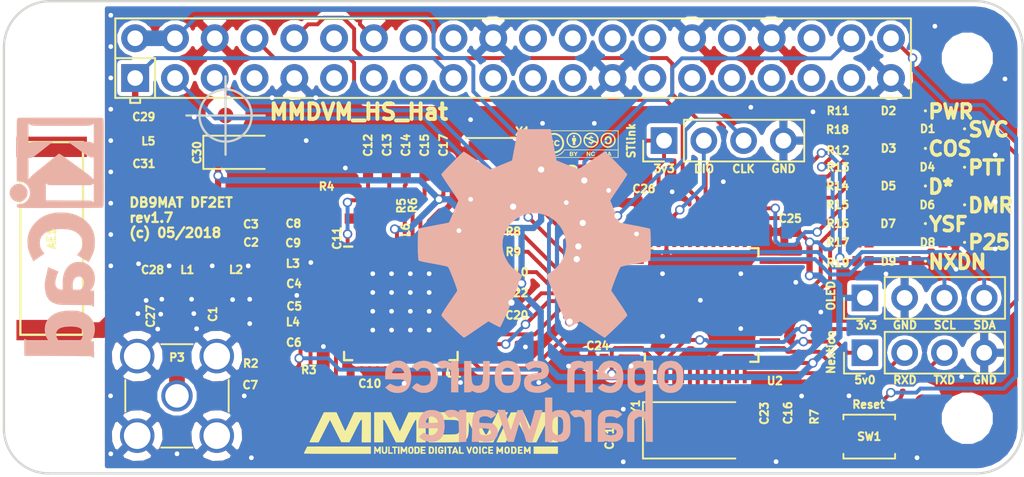
<source format=kicad_pcb>
(kicad_pcb (version 20171130) (host pcbnew 5.0.0-rc2-dev-unknown-904eb82~65~ubuntu16.04.1)
  (title_block (title MMDVM_HS_Hat) (date 2018-05-16) (rev 1.7) (company DB9MAT+DF2ET))
  (layers (0 F.Cu signal) (31 B.Cu signal) (34 B.Paste user) (35 F.Paste user) (36 B.SilkS user) (37 F.SilkS user) (38 B.Mask user) (39 F.Mask user) (44 Edge.Cuts user))
  (net 0 "")
  (net 1 GND)
  (net 2 "Net-(C4-Pad1)")
  (net 3 +3V3)
  (net 4 "Net-(C8-Pad1)")
  (net 5 "Net-(C11-Pad1)")
  (net 6 NRST)
  (net 7 "Net-(C18-Pad1)")
  (net 8 "Net-(C18-Pad2)")
  (net 9 COS_LED)
  (net 10 PTT_LED)
  (net 11 DMR_LED)
  (net 12 DSTAR_LED)
  (net 13 P25_LED)
  (net 14 YSF_LED)
  (net 15 RF)
  (net 16 SWDIO)
  (net 17 TXD)
  (net 18 RXD)
  (net 19 DISP_TXD)
  (net 20 DISP_RXD)
  (net 21 BOOT0)
  (net 22 CLKOUT)
  (net 23 DATAIN)
  (net 24 DATAOUT)
  (net 25 SLE)
  (net 26 SDATA)
  (net 27 SREAD)
  (net 28 SCLK)
  (net 29 "Net-(C1-Pad1)")
  (net 30 "Net-(C4-Pad2)")
  (net 31 "Net-(C5-Pad1)")
  (net 32 "Net-(C6-Pad1)")
  (net 33 "Net-(C10-Pad1)")
  (net 34 "Net-(C11-Pad2)")
  (net 35 "Net-(C12-Pad1)")
  (net 36 "Net-(C13-Pad1)")
  (net 37 "Net-(C14-Pad1)")
  (net 38 "Net-(C15-Pad2)")
  (net 39 "Net-(C20-Pad2)")
  (net 40 "Net-(C21-Pad2)")
  (net 41 "Net-(C23-Pad2)")
  (net 42 "Net-(R2-Pad1)")
  (net 43 "Net-(R10-Pad2)")
  (net 44 CE)
  (net 45 SWCLK)
  (net 46 +5V)
  (net 47 SERVICE)
  (net 48 "Net-(D1-Pad2)")
  (net 49 "Net-(R3-Pad1)")
  (net 50 "Net-(R8-Pad2)")
  (net 51 "Net-(R9-Pad2)")
  (net 52 "Net-(D2-Pad2)")
  (net 53 "Net-(D3-Pad2)")
  (net 54 "Net-(D4-Pad2)")
  (net 55 "Net-(D5-Pad2)")
  (net 56 "Net-(D6-Pad2)")
  (net 57 "Net-(D7-Pad2)")
  (net 58 "Net-(D8-Pad2)")
  (net 59 "Net-(C27-Pad1)")
  (net 60 "Net-(AE1-Pad1)")
  (net 61 SCL)
  (net 62 SDA)
  (net 63 "Net-(PI1-Pad38)")
  (net 64 VDD)
  (net 65 "Net-(D9-Pad2)")
  (net 66 NXDN_LED)
  (net 67 "Net-(L6-Pad2)")
  (net 68 "Net-(L6-Pad1)")
  (net 69 "Net-(PI1-Pad37)")
  (net 70 "Net-(PI1-Pad36)")
  (net 71 "Net-(PI1-Pad35)")
  (net 72 "Net-(PI1-Pad33)")
  (net 73 "Net-(PI1-Pad32)")
  (net 74 "Net-(PI1-Pad31)")
  (net 75 "Net-(PI1-Pad29)")
  (net 76 "Net-(PI1-Pad28)")
  (net 77 "Net-(PI1-Pad27)")
  (net 78 "Net-(PI1-Pad26)")
  (net 79 "Net-(PI1-Pad24)")
  (net 80 "Net-(PI1-Pad23)")
  (net 81 "Net-(PI1-Pad22)")
  (net 82 "Net-(PI1-Pad21)")
  (net 83 "Net-(PI1-Pad19)")
  (net 84 "Net-(PI1-Pad18)")
  (net 85 "Net-(PI1-Pad16)")
  (net 86 "Net-(PI1-Pad15)")
  (net 87 "Net-(PI1-Pad13)")
  (net 88 "Net-(PI1-Pad12)")
  (net 89 "Net-(PI1-Pad11)")
  (net 90 "Net-(PI1-Pad7)")
  (net 91 "Net-(AE1-Pad2)")
  (net 92 "Net-(U2-Pad46)")
  (net 93 "Net-(U2-Pad33)")
  (net 94 "Net-(U2-Pad32)")
  (net 95 "Net-(U2-Pad22)")
  (net 96 "Net-(U2-Pad21)")
  (net 97 "Net-(U2-Pad17)")
  (net 98 "Net-(U2-Pad16)")
  (net 99 "Net-(U2-Pad15)")
  (net 100 "Net-(U2-Pad14)")
  (net 101 "Net-(U2-Pad11)")
  (net 102 "Net-(U2-Pad10)")
  (net 103 "Net-(U2-Pad4)")
  (net 104 "Net-(U1-Pad38)")
  (net 105 "Net-(U1-Pad37)")
  (net 106 "Net-(U1-Pad33)")
  (net 107 "Net-(U1-Pad30)")
  (net 108 "Net-(U1-Pad23)")
  (net 109 "Net-(U1-Pad21)")
  (net 110 "Net-(U1-Pad20)")
  (net 111 "Net-(U1-Pad18)")
  (net 112 "Net-(U1-Pad17)")
  (net 113 "Net-(U1-Pad16)")
  (net 114 "Net-(U1-Pad15)")
  (net 115 "Net-(U1-Pad14)")
  (net 116 "Net-(U1-Pad13)")
  (net 117 "Net-(X1-Pad1)")
  (module Crystals:Crystal_SMD_3225-4pin_3.2x2.5mm (layer F.Cu) (at 186.92368 115.98656 180)
    (fp_text reference X1 (at -1.65704 2.0683 180) (layer F.SilkS) (effects (font (size 0.5 0.5) (thickness 0.125))))
    (fp_text value TCXO)
    (pad 1 smd rect (at -1.1 0.85 180) (size 1.4 1.2) (layers F.Cu F.Paste F.Mask) (net 117 "Net-(X1-Pad1)"))
    (pad 2 smd rect (at 1.1 0.85 180) (size 1.4 1.2) (layers F.Cu F.Paste F.Mask) (net 1 GND))
    (pad 3 smd rect (at 1.1 -0.85 180) (size 1.4 1.2) (layers F.Cu F.Paste F.Mask) (net 7 "Net-(C18-Pad1)"))
    (pad 4 smd rect (at -1.1 -0.85 180) (size 1.4 1.2) (layers F.Cu F.Paste F.Mask) (net 64 VDD))
  )
  (module Capacitor_SMD:C_0402_1005Metric (layer F.Cu) (at 172.6 119.8)
    (fp_text reference C3 (at -1.3786 0.04148) (layer F.SilkS) (effects (font (size 0.5 0.5) (thickness 0.125))))
    (fp_text value 220p)
    (pad 2 smd rect (at 0.3875 0) (size 0.575 0.65) (layers F.Cu F.Paste F.Mask) (net 1 GND))
    (pad 1 smd rect (at -0.3875 0) (size 0.575 0.65) (layers F.Cu F.Paste F.Mask) (net 64 VDD))
  )
  (module Fiducial:Fiducial_1mm_Dia_2.54mm_Outer_CopperTop (layer F.Cu) (at 169.60088 112.89792)
    (fp_text reference "" hide)
    (fp_text value Fiducial_1mm_Dia_2.54mm_Outer_CopperTop)
    (pad ~ smd circle (at 0 0) (size 1 1) (layers F.Cu F.Mask) (clearance 0.77))
  )
  (module Capacitor_SMD:C_0402_1005Metric (layer F.Cu) (at 172.6 123.65 180)
    (fp_text reference C4 (at -1.37476 0.00788 180) (layer F.SilkS) (effects (font (size 0.5 0.5) (thickness 0.125))))
    (fp_text value 10p)
    (pad 2 smd rect (at 0.3875 0 180) (size 0.575 0.65) (layers F.Cu F.Paste F.Mask) (net 30 "Net-(C4-Pad2)"))
    (pad 1 smd rect (at -0.3875 0 180) (size 0.575 0.65) (layers F.Cu F.Paste F.Mask) (net 2 "Net-(C4-Pad1)"))
  )
  (module Capacitor_SMD:C_0402_1005Metric (layer F.Cu) (at 172.6 124.85 180)
    (fp_text reference C5 (at -1.39 -0.22976 180) (layer F.SilkS) (effects (font (size 0.5 0.5) (thickness 0.125))))
    (fp_text value 4p7)
    (pad 1 smd rect (at -0.3875 0 180) (size 0.575 0.65) (layers F.Cu F.Paste F.Mask) (net 31 "Net-(C5-Pad1)"))
    (pad 2 smd rect (at 0.3875 0 180) (size 0.575 0.65) (layers F.Cu F.Paste F.Mask) (net 30 "Net-(C4-Pad2)"))
  )
  (module Capacitor_SMD:C_0402_1005Metric (layer F.Cu) (at 172.6 121)
    (fp_text reference C2 (at -1.36844 0.00052) (layer F.SilkS) (effects (font (size 0.5 0.5) (thickness 0.125))))
    (fp_text value 10n)
    (pad 1 smd rect (at -0.3875 0) (size 0.575 0.65) (layers F.Cu F.Paste F.Mask) (net 64 VDD))
    (pad 2 smd rect (at 0.3875 0) (size 0.575 0.65) (layers F.Cu F.Paste F.Mask) (net 1 GND))
  )
  (module Capacitor_SMD:C_0402_1005Metric (layer F.Cu) (at 166 116 180)
    (fp_text reference C31 (at 1.60612 0.01852 180) (layer F.SilkS) (effects (font (size 0.5 0.5) (thickness 0.125))))
    (fp_text value 10u)
    (pad 2 smd rect (at 0.3875 0 180) (size 0.575 0.65) (layers F.Cu F.Paste F.Mask) (net 1 GND))
    (pad 1 smd rect (at -0.3875 0 180) (size 0.575 0.65) (layers F.Cu F.Paste F.Mask) (net 64 VDD))
  )
  (module Capacitor_SMD:C_0402_1005Metric (layer F.Cu) (at 168.75 124.15 270)
    (fp_text reference C1 (at 1.43014 -0.04062 90) (layer F.SilkS) (effects (font (size 0.5 0.5) (thickness 0.125))))
    (fp_text value 6p8)
    (pad 1 smd rect (at -0.3875 0 270) (size 0.575 0.65) (layers F.Cu F.Paste F.Mask) (net 29 "Net-(C1-Pad1)"))
    (pad 2 smd rect (at 0.3875 0 270) (size 0.575 0.65) (layers F.Cu F.Paste F.Mask) (net 1 GND))
  )
  (module Capacitor_SMD:C_0402_1005Metric (layer F.Cu) (at 172.6 127.4 180)
    (fp_text reference C6 (at -1.3646 0.00376 180) (layer F.SilkS) (effects (font (size 0.5 0.5) (thickness 0.125))))
    (fp_text value 6p8)
    (pad 2 smd rect (at 0.3875 0 180) (size 0.575 0.65) (layers F.Cu F.Paste F.Mask) (net 1 GND))
    (pad 1 smd rect (at -0.3875 0 180) (size 0.575 0.65) (layers F.Cu F.Paste F.Mask) (net 32 "Net-(C6-Pad1)"))
  )
  (module Capacitor_SMD:C_0402_1005Metric (layer F.Cu) (at 172.6 130 180)
    (fp_text reference C7 (at 1.41924 -0.10896 180) (layer F.SilkS) (effects (font (size 0.5 0.5) (thickness 0.125))))
    (fp_text value 10n)
    (pad 1 smd rect (at -0.3875 0 180) (size 0.575 0.65) (layers F.Cu F.Paste F.Mask) (net 64 VDD))
    (pad 2 smd rect (at 0.3875 0 180) (size 0.575 0.65) (layers F.Cu F.Paste F.Mask) (net 1 GND))
  )
  (module Capacitor_SMD:C_0402_1005Metric (layer F.Cu) (at 175.2727 119.80926 180)
    (fp_text reference C8 (at 1.34112 0.00762 180) (layer F.SilkS) (effects (font (size 0.5 0.5) (thickness 0.125))))
    (fp_text value 100n)
    (pad 2 smd rect (at 0.3875 0 180) (size 0.575 0.65) (layers F.Cu F.Paste F.Mask) (net 1 GND))
    (pad 1 smd rect (at -0.3875 0 180) (size 0.575 0.65) (layers F.Cu F.Paste F.Mask) (net 4 "Net-(C8-Pad1)"))
  )
  (module Capacitor_SMD:C_0402_1005Metric (layer F.Cu) (at 175.27178 121.04492 180)
    (fp_text reference C9 (at 1.35798 0.00122 180) (layer F.SilkS) (effects (font (size 0.5 0.5) (thickness 0.125))))
    (fp_text value 10n)
    (pad 1 smd rect (at -0.3875 0 180) (size 0.575 0.65) (layers F.Cu F.Paste F.Mask) (net 64 VDD))
    (pad 2 smd rect (at 0.3875 0 180) (size 0.575 0.65) (layers F.Cu F.Paste F.Mask) (net 1 GND))
  )
  (module Capacitor_SMD:C_0402_1005Metric (layer F.Cu) (at 177.2 130)
    (fp_text reference C10 (at 1.61092 0.01752) (layer F.SilkS) (effects (font (size 0.5 0.5) (thickness 0.125))))
    (fp_text value 100n)
    (pad 2 smd rect (at 0.3875 0) (size 0.575 0.65) (layers F.Cu F.Paste F.Mask) (net 1 GND))
    (pad 1 smd rect (at -0.3875 0) (size 0.575 0.65) (layers F.Cu F.Paste F.Mask) (net 33 "Net-(C10-Pad1)"))
  )
  (module Capacitor_SMD:C_0402_1005Metric (layer F.Cu) (at 177.10658 119.4816 180)
    (fp_text reference C11 (at 0.38862 -1.25222 270) (layer F.SilkS) (effects (font (size 0.5 0.5) (thickness 0.125))))
    (fp_text value 22n)
    (pad 1 smd rect (at -0.3875 0 180) (size 0.575 0.65) (layers F.Cu F.Paste F.Mask) (net 5 "Net-(C11-Pad1)"))
    (pad 2 smd rect (at 0.3875 0 180) (size 0.575 0.65) (layers F.Cu F.Paste F.Mask) (net 34 "Net-(C11-Pad2)"))
  )
  (module Capacitor_SMD:C_0402_1005Metric (layer F.Cu) (at 179.90241 116.39238 90)
    (fp_text reference C13 (at 1.60644 0.00552 270) (layer F.SilkS) (effects (font (size 0.5 0.5) (thickness 0.125))))
    (fp_text value 15n)
    (pad 2 smd rect (at 0.3875 0 90) (size 0.575 0.65) (layers F.Cu F.Paste F.Mask) (net 1 GND))
    (pad 1 smd rect (at -0.3875 0 90) (size 0.575 0.65) (layers F.Cu F.Paste F.Mask) (net 36 "Net-(C13-Pad1)"))
  )
  (module Capacitor_SMD:C_0402_1005Metric (layer F.Cu) (at 181.10482 116.39238 90)
    (fp_text reference C14 (at 1.59962 0.00734 90) (layer F.SilkS) (effects (font (size 0.5 0.5) (thickness 0.125))))
    (fp_text value 1n)
    (pad 1 smd rect (at -0.3875 0 90) (size 0.575 0.65) (layers F.Cu F.Paste F.Mask) (net 37 "Net-(C14-Pad1)"))
    (pad 2 smd rect (at 0.3875 0 90) (size 0.575 0.65) (layers F.Cu F.Paste F.Mask) (net 1 GND))
  )
  (module Capacitor_SMD:C_0402_1005Metric (layer F.Cu) (at 182.30723 116.39238 270)
    (fp_text reference C15 (at -1.592 -0.0014 270) (layer F.SilkS) (effects (font (size 0.5 0.5) (thickness 0.125))))
    (fp_text value 100n)
    (pad 2 smd rect (at 0.3875 0 270) (size 0.575 0.65) (layers F.Cu F.Paste F.Mask) (net 38 "Net-(C15-Pad2)"))
    (pad 1 smd rect (at -0.3875 0 270) (size 0.575 0.65) (layers F.Cu F.Paste F.Mask) (net 1 GND))
  )
  (module Capacitor_SMD:C_0402_1005Metric (layer F.Cu) (at 166 113)
    (fp_text reference C29 (at -1.62136 -0.01064) (layer F.SilkS) (effects (font (size 0.5 0.5) (thickness 0.125))))
    (fp_text value 100n)
    (pad 1 smd rect (at -0.3875 0) (size 0.575 0.65) (layers F.Cu F.Paste F.Mask) (net 3 +3V3))
    (pad 2 smd rect (at 0.3875 0) (size 0.575 0.65) (layers F.Cu F.Paste F.Mask) (net 1 GND))
  )
  (module Capacitor_SMD:C_0402_1005Metric (layer F.Cu) (at 164.75 123.6 180)
    (fp_text reference C28 (at -0.18998 0.8418 180) (layer F.SilkS) (effects (font (size 0.5 0.5) (thickness 0.125))))
    (fp_text value 100n)
    (pad 2 smd rect (at 0.3875 0 180) (size 0.575 0.65) (layers F.Cu F.Paste F.Mask) (net 60 "Net-(AE1-Pad1)"))
    (pad 1 smd rect (at -0.3875 0 180) (size 0.575 0.65) (layers F.Cu F.Paste F.Mask) (net 15 RF))
  )
  (module Capacitor_SMD:C_0402_1005Metric (layer F.Cu) (at 166.5 125.75 90)
    (fp_text reference C27 (at 0.03778 -1.68448 90) (layer F.SilkS) (effects (font (size 0.5 0.5) (thickness 0.125))))
    (fp_text value 100n)
    (pad 1 smd rect (at -0.3875 0 90) (size 0.575 0.65) (layers F.Cu F.Paste F.Mask) (net 59 "Net-(C27-Pad1)"))
    (pad 2 smd rect (at 0.3875 0 90) (size 0.575 0.65) (layers F.Cu F.Paste F.Mask) (net 15 RF))
  )
  (module Capacitor_SMD:C_0402_1005Metric (layer F.Cu) (at 196.3254 118.42496 180)
    (fp_text reference C26 (at 0.01134 0.84328 180) (layer F.SilkS) (effects (font (size 0.5 0.5) (thickness 0.125))))
    (fp_text value 100n)
    (pad 2 smd rect (at 0.3875 0 180) (size 0.575 0.65) (layers F.Cu F.Paste F.Mask) (net 1 GND))
    (pad 1 smd rect (at -0.3875 0 180) (size 0.575 0.65) (layers F.Cu F.Paste F.Mask) (net 64 VDD))
  )
  (module Capacitor_SMD:C_0402_1005Metric (layer F.Cu) (at 205.66634 120.32996 180)
    (fp_text reference C25 (at 0.00762 0.8509 180) (layer F.SilkS) (effects (font (size 0.5 0.5) (thickness 0.125))))
    (fp_text value 100n)
    (pad 1 smd rect (at -0.3875 0 180) (size 0.575 0.65) (layers F.Cu F.Paste F.Mask) (net 64 VDD))
    (pad 2 smd rect (at 0.3875 0 180) (size 0.575 0.65) (layers F.Cu F.Paste F.Mask) (net 1 GND))
  )
  (module Capacitor_SMD:C_0402_1005Metric (layer F.Cu) (at 193.3829 128.43764 180)
    (fp_text reference C24 (at 0.01778 0.83312 180) (layer F.SilkS) (effects (font (size 0.5 0.5) (thickness 0.125))))
    (fp_text value 100n)
    (pad 2 smd rect (at 0.3875 0 180) (size 0.575 0.65) (layers F.Cu F.Paste F.Mask) (net 1 GND))
    (pad 1 smd rect (at -0.3875 0 180) (size 0.575 0.65) (layers F.Cu F.Paste F.Mask) (net 64 VDD))
  )
  (module Capacitor_SMD:C_0402_1005Metric (layer F.Cu) (at 204 133.5 90)
    (fp_text reference C23 (at 1.5851 0.00264 90) (layer F.SilkS) (effects (font (size 0.5 0.5) (thickness 0.125))))
    (fp_text value 20p)
    (pad 1 smd rect (at -0.3875 0 90) (size 0.575 0.65) (layers F.Cu F.Paste F.Mask) (net 1 GND))
    (pad 2 smd rect (at 0.3875 0 90) (size 0.575 0.65) (layers F.Cu F.Paste F.Mask) (net 41 "Net-(C23-Pad2)"))
  )
  (module Capacitor_SMD:C_0402_1005Metric (layer F.Cu) (at 186.6 124.35078 180)
    (fp_text reference C22 (at -1.60384 0.127 180) (layer F.SilkS) (effects (font (size 0.5 0.5) (thickness 0.125))))
    (fp_text value 10n)
    (pad 2 smd rect (at 0.3875 0 180) (size 0.575 0.65) (layers F.Cu F.Paste F.Mask) (net 64 VDD))
    (pad 1 smd rect (at -0.3875 0 180) (size 0.575 0.65) (layers F.Cu F.Paste F.Mask) (net 1 GND))
  )
  (module Capacitor_SMD:C_0402_1005Metric (layer F.Cu) (at 195 133.5 90)
    (fp_text reference C21 (at -0.0024 -0.88304 90) (layer F.SilkS) (effects (font (size 0.5 0.5) (thickness 0.125))))
    (fp_text value 20p)
    (pad 1 smd rect (at -0.3875 0 90) (size 0.575 0.65) (layers F.Cu F.Paste F.Mask) (net 1 GND))
    (pad 2 smd rect (at 0.3875 0 90) (size 0.575 0.65) (layers F.Cu F.Paste F.Mask) (net 40 "Net-(C21-Pad2)"))
  )
  (module Capacitor_SMD:C_0402_1005Metric (layer F.Cu) (at 186.6 125.55 180)
    (fp_text reference C20 (at -1.59876 -0.10126 180) (layer F.SilkS) (effects (font (size 0.5 0.5) (thickness 0.125))))
    (fp_text value 100n)
    (pad 2 smd rect (at 0.3875 0 180) (size 0.575 0.65) (layers F.Cu F.Paste F.Mask) (net 39 "Net-(C20-Pad2)"))
    (pad 1 smd rect (at -0.3875 0 180) (size 0.575 0.65) (layers F.Cu F.Paste F.Mask) (net 1 GND))
  )
  (module Capacitor_SMD:C_0402_1005Metric (layer F.Cu) (at 190.85 116.7 270)
    (fp_text reference C19 (at 0.03332 -0.92762 270) (layer F.SilkS) (effects (font (size 0.5 0.5) (thickness 0.125))))
    (fp_text value 10n)
    (pad 1 smd rect (at -0.3875 0 270) (size 0.575 0.65) (layers F.Cu F.Paste F.Mask) (net 64 VDD))
    (pad 2 smd rect (at 0.3875 0 270) (size 0.575 0.65) (layers F.Cu F.Paste F.Mask) (net 1 GND))
  )
  (module Capacitor_SMD:C_0402_1005Metric (layer F.Cu) (at 186.6 119.05 180)
    (fp_text reference C18 (at 1.62704 0.01036 180) (layer F.SilkS) (effects (font (size 0.5 0.5) (thickness 0.125))))
    (fp_text value 22p)
    (pad 2 smd rect (at 0.3875 0 180) (size 0.575 0.65) (layers F.Cu F.Paste F.Mask) (net 8 "Net-(C18-Pad2)"))
    (pad 1 smd rect (at -0.3875 0 180) (size 0.575 0.65) (layers F.Cu F.Paste F.Mask) (net 7 "Net-(C18-Pad1)"))
  )
  (module Capacitor_SMD:C_0402_1005Metric (layer F.Cu) (at 183.50964 116.39238 90)
    (fp_text reference C17 (at 1.59454 0.00536 90) (layer F.SilkS) (effects (font (size 0.5 0.5) (thickness 0.125))))
    (fp_text value 10n)
    (pad 1 smd rect (at -0.3875 0 90) (size 0.575 0.65) (layers F.Cu F.Paste F.Mask) (net 64 VDD))
    (pad 2 smd rect (at 0.3875 0 90) (size 0.575 0.65) (layers F.Cu F.Paste F.Mask) (net 1 GND))
  )
  (module Capacitor_SMD:C_0402_1005Metric (layer F.Cu) (at 178.7 116.39238 90)
    (fp_text reference C12 (at 1.59628 -0.00084 90) (layer F.SilkS) (effects (font (size 0.5 0.5) (thickness 0.125))))
    (fp_text value 470p)
    (pad 2 smd rect (at 0.3875 0 90) (size 0.575 0.65) (layers F.Cu F.Paste F.Mask) (net 1 GND))
    (pad 1 smd rect (at -0.3875 0 90) (size 0.575 0.65) (layers F.Cu F.Paste F.Mask) (net 35 "Net-(C12-Pad1)"))
  )
  (module Capacitor_SMD:C_0402_1005Metric (layer F.Cu) (at 205.5 133.5 270)
    (fp_text reference C16 (at -1.61304 -0.0114 270) (layer F.SilkS) (effects (font (size 0.5 0.5) (thickness 0.125))))
    (fp_text value 100n)
    (pad 1 smd rect (at -0.3875 0 270) (size 0.575 0.65) (layers F.Cu F.Paste F.Mask) (net 6 NRST))
    (pad 2 smd rect (at 0.3875 0 270) (size 0.575 0.65) (layers F.Cu F.Paste F.Mask) (net 1 GND))
  )
  (module Capacitor_Tantalum_SMD:CP_EIA-3216-18_Kemet-A (layer F.Cu) (at 170.5 115.25)
    (fp_text reference C30 (at -2.71776 0.02028 90) (layer F.SilkS) (effects (font (size 0.5 0.5) (thickness 0.125))))
    (fp_text value 10u/10V)
    (pad 1 smd rect (at -1.38 0) (size 1.36 1.4) (layers F.Cu F.Paste F.Mask) (net 64 VDD))
    (pad 2 smd rect (at 1.38 0) (size 1.36 1.4) (layers F.Cu F.Paste F.Mask) (net 1 GND))
  )
  (module Connector_PinHeader_2.54mm:PinHeader_1x04_P2.54mm_Vertical (layer F.Cu) (at 210.41868 124.54382 90)
    (fp_text reference P1 hide)
    (fp_text value I2C)
    (pad 1 thru_hole rect (at 0 0 90) (size 1.7 1.7) (drill 1) (layers *.Cu *.Mask) (net 64 VDD))
    (pad 2 thru_hole oval (at 0 2.54 90) (size 1.7 1.7) (drill 1) (layers *.Cu *.Mask) (net 1 GND))
    (pad 3 thru_hole oval (at 0 5.08 90) (size 1.7 1.7) (drill 1) (layers *.Cu *.Mask) (net 61 SCL))
    (pad 4 thru_hole oval (at 0 7.62 90) (size 1.7 1.7) (drill 1) (layers *.Cu *.Mask) (net 62 SDA))
  )
  (module Connector_PinHeader_2.54mm:PinHeader_1x04_P2.54mm_Vertical (layer F.Cu) (at 210.41868 128.04572 90)
    (fp_text reference P2 hide)
    (fp_text value DISPLAY)
    (pad 4 thru_hole oval (at 0 7.62 90) (size 1.7 1.7) (drill 1) (layers *.Cu *.Mask) (net 1 GND))
    (pad 3 thru_hole oval (at 0 5.08 90) (size 1.7 1.7) (drill 1) (layers *.Cu *.Mask) (net 19 DISP_TXD))
    (pad 2 thru_hole oval (at 0 2.54 90) (size 1.7 1.7) (drill 1) (layers *.Cu *.Mask) (net 20 DISP_RXD))
    (pad 1 thru_hole rect (at 0 0 90) (size 1.7 1.7) (drill 1) (layers *.Cu *.Mask) (net 46 +5V))
  )
  (module Connector_PinHeader_2.54mm:PinHeader_1x04_P2.54mm_Vertical (layer F.Cu) (at 197.59676 114.5032 90)
    (fp_text reference P4 hide)
    (fp_text value STLINK)
    (pad 1 thru_hole rect (at 0 0 90) (size 1.7 1.7) (drill 1) (layers *.Cu *.Mask) (net 64 VDD))
    (pad 2 thru_hole oval (at 0 2.54 90) (size 1.7 1.7) (drill 1) (layers *.Cu *.Mask) (net 16 SWDIO))
    (pad 3 thru_hole oval (at 0 5.08 90) (size 1.7 1.7) (drill 1) (layers *.Cu *.Mask) (net 45 SWCLK))
    (pad 4 thru_hole oval (at 0 7.62 90) (size 1.7 1.7) (drill 1) (layers *.Cu *.Mask) (net 1 GND))
  )
  (module Inductor_SMD:L_0402_1005Metric (layer F.Cu) (at 179.1 120.2)
    (fp_text reference L6 (at 1.98422 0.00042 90) (layer F.SilkS) (effects (font (size 0.5 0.5) (thickness 0.125))))
    (fp_text value 18n)
    (pad 2 smd rect (at 0.3875 0) (size 0.575 0.65) (layers F.Cu F.Paste F.Mask) (net 67 "Net-(L6-Pad2)"))
    (pad 1 smd rect (at -0.3875 0) (size 0.575 0.65) (layers F.Cu F.Paste F.Mask) (net 68 "Net-(L6-Pad1)"))
  )
  (module Inductor_SMD:L_0402_1005Metric (layer F.Cu) (at 166 114.5)
    (fp_text reference L5 (at -1.3318 0.03876) (layer F.SilkS) (effects (font (size 0.5 0.5) (thickness 0.125))))
    (fp_text value 10u)
    (pad 1 smd rect (at -0.3875 0) (size 0.575 0.65) (layers F.Cu F.Paste F.Mask) (net 3 +3V3))
    (pad 2 smd rect (at 0.3875 0) (size 0.575 0.65) (layers F.Cu F.Paste F.Mask) (net 64 VDD))
  )
  (module Inductor_SMD:L_0402_1005Metric (layer F.Cu) (at 172.59808 126.06528)
    (fp_text reference L4 (at 1.30364 0.02116) (layer F.SilkS) (effects (font (size 0.5 0.5) (thickness 0.125))))
    (fp_text value 27n)
    (pad 2 smd rect (at 0.3875 0) (size 0.575 0.65) (layers F.Cu F.Paste F.Mask) (net 31 "Net-(C5-Pad1)"))
    (pad 1 smd rect (at -0.3875 0) (size 0.575 0.65) (layers F.Cu F.Paste F.Mask) (net 32 "Net-(C6-Pad1)"))
  )
  (module Inductor_SMD:L_0402_1005Metric (layer F.Cu) (at 172.6 122.35 180)
    (fp_text reference L3 (at -1.29856 -0.0018 180) (layer F.SilkS) (effects (font (size 0.5 0.5) (thickness 0.125))))
    (fp_text value 13n)
    (pad 1 smd rect (at -0.3875 0 180) (size 0.575 0.65) (layers F.Cu F.Paste F.Mask) (net 2 "Net-(C4-Pad1)"))
    (pad 2 smd rect (at 0.3875 0 180) (size 0.575 0.65) (layers F.Cu F.Paste F.Mask) (net 64 VDD))
  )
  (module Inductor_SMD:L_0402_1005Metric (layer F.Cu) (at 170.3 123.6)
    (fp_text reference L2 (at -0.02856 -0.85704) (layer F.SilkS) (effects (font (size 0.5 0.5) (thickness 0.125))))
    (fp_text value 20n)
    (pad 2 smd rect (at 0.3875 0) (size 0.575 0.65) (layers F.Cu F.Paste F.Mask) (net 30 "Net-(C4-Pad2)"))
    (pad 1 smd rect (at -0.3875 0) (size 0.575 0.65) (layers F.Cu F.Paste F.Mask) (net 29 "Net-(C1-Pad1)"))
  )
  (module Inductor_SMD:L_0402_1005Metric (layer F.Cu) (at 167.15 123.6)
    (fp_text reference L1 (at 0.0074 -0.84688) (layer F.SilkS) (effects (font (size 0.5 0.5) (thickness 0.125))))
    (fp_text value 22n)
    (pad 1 smd rect (at -0.3875 0) (size 0.575 0.65) (layers F.Cu F.Paste F.Mask) (net 15 RF))
    (pad 2 smd rect (at 0.3875 0) (size 0.575 0.65) (layers F.Cu F.Paste F.Mask) (net 29 "Net-(C1-Pad1)"))
  )
  (module LED_SMD:LED_0402_1005Metric (layer F.Cu) (at 213.3 122.2 180)
    (fp_text reference D9 (at 1.37256 -0.00702 180) (layer F.SilkS) (effects (font (size 0.5 0.5) (thickness 0.125))))
    (fp_text value blue)
    (pad 1 smd rect (at -0.3875 0 180) (size 0.575 0.65) (layers F.Cu F.Paste F.Mask) (net 1 GND))
    (pad 2 smd rect (at 0.3875 0 180) (size 0.575 0.65) (layers F.Cu F.Paste F.Mask) (net 65 "Net-(D9-Pad2)"))
  )
  (module LED_SMD:LED_0402_1005Metric (layer F.Cu) (at 213.3 119.8 180)
    (fp_text reference D7 (at 1.39542 -0.00672 180) (layer F.SilkS) (effects (font (size 0.5 0.5) (thickness 0.125))))
    (fp_text value amber)
    (pad 2 smd rect (at 0.3875 0 180) (size 0.575 0.65) (layers F.Cu F.Paste F.Mask) (net 57 "Net-(D7-Pad2)"))
    (pad 1 smd rect (at -0.3875 0 180) (size 0.575 0.65) (layers F.Cu F.Paste F.Mask) (net 1 GND))
  )
  (module LED_SMD:LED_0402_1005Metric (layer F.Cu) (at 215.8 118.6 180)
    (fp_text reference D6 (at 1.39606 -0.00784 180) (layer F.SilkS) (effects (font (size 0.5 0.5) (thickness 0.125))))
    (fp_text value yellow)
    (pad 1 smd rect (at -0.3875 0 180) (size 0.575 0.65) (layers F.Cu F.Paste F.Mask) (net 1 GND))
    (pad 2 smd rect (at 0.3875 0 180) (size 0.575 0.65) (layers F.Cu F.Paste F.Mask) (net 56 "Net-(D6-Pad2)"))
  )
  (module LED_SMD:LED_0402_1005Metric (layer F.Cu) (at 213.3 117.4 180)
    (fp_text reference D5 (at 1.3751 0.0012 180) (layer F.SilkS) (effects (font (size 0.5 0.5) (thickness 0.125))))
    (fp_text value green)
    (pad 2 smd rect (at 0.3875 0 180) (size 0.575 0.65) (layers F.Cu F.Paste F.Mask) (net 55 "Net-(D5-Pad2)"))
    (pad 1 smd rect (at -0.3875 0 180) (size 0.575 0.65) (layers F.Cu F.Paste F.Mask) (net 1 GND))
  )
  (module LED_SMD:LED_0402_1005Metric (layer F.Cu) (at 215.8 116.2 180)
    (fp_text reference D4 (at 1.39352 0.00262 180) (layer F.SilkS) (effects (font (size 0.5 0.5) (thickness 0.125))))
    (fp_text value red)
    (pad 1 smd rect (at -0.3875 0 180) (size 0.575 0.65) (layers F.Cu F.Paste F.Mask) (net 1 GND))
    (pad 2 smd rect (at 0.3875 0 180) (size 0.575 0.65) (layers F.Cu F.Paste F.Mask) (net 54 "Net-(D4-Pad2)"))
  )
  (module LED_SMD:LED_0402_1005Metric (layer F.Cu) (at 213.3 115 180)
    (fp_text reference D3 (at 1.36748 -0.00104 180) (layer F.SilkS) (effects (font (size 0.5 0.5) (thickness 0.125))))
    (fp_text value yellow)
    (pad 2 smd rect (at 0.3875 0 180) (size 0.575 0.65) (layers F.Cu F.Paste F.Mask) (net 53 "Net-(D3-Pad2)"))
    (pad 1 smd rect (at -0.3875 0 180) (size 0.575 0.65) (layers F.Cu F.Paste F.Mask) (net 1 GND))
  )
  (module LED_SMD:LED_0402_1005Metric (layer F.Cu) (at 213.3 112.6 180)
    (fp_text reference D2 (at 1.37256 -0.00074 180) (layer F.SilkS) (effects (font (size 0.5 0.5) (thickness 0.125))))
    (fp_text value green)
    (pad 1 smd rect (at -0.3875 0 180) (size 0.575 0.65) (layers F.Cu F.Paste F.Mask) (net 1 GND))
    (pad 2 smd rect (at 0.3875 0 180) (size 0.575 0.65) (layers F.Cu F.Paste F.Mask) (net 52 "Net-(D2-Pad2)"))
  )
  (module LED_SMD:LED_0402_1005Metric (layer F.Cu) (at 215.8 121 180)
    (fp_text reference D8 (at 1.37574 -0.00306 180) (layer F.SilkS) (effects (font (size 0.5 0.5) (thickness 0.125))))
    (fp_text value red)
    (pad 2 smd rect (at 0.3875 0 180) (size 0.575 0.65) (layers F.Cu F.Paste F.Mask) (net 58 "Net-(D8-Pad2)"))
    (pad 1 smd rect (at -0.3875 0 180) (size 0.575 0.65) (layers F.Cu F.Paste F.Mask) (net 1 GND))
  )
  (module LED_SMD:LED_0402_1005Metric (layer F.Cu) (at 215.8 113.75 180)
    (fp_text reference D1 (at 1.36812 0.00118 180) (layer F.SilkS) (effects (font (size 0.5 0.5) (thickness 0.125))))
    (fp_text value red)
    (pad 1 smd rect (at -0.3875 0 180) (size 0.575 0.65) (layers F.Cu F.Paste F.Mask) (net 47 SERVICE))
    (pad 2 smd rect (at 0.3875 0 180) (size 0.575 0.65) (layers F.Cu F.Paste F.Mask) (net 48 "Net-(D1-Pad2)"))
  )
  (module Resistor_SMD:R_0402_1005Metric (layer F.Cu) (at 186.6 121.6 180)
    (fp_text reference R9 (at -1.37524 -0.00504 180) (layer F.SilkS) (effects (font (size 0.5 0.5) (thickness 0.125))))
    (fp_text value 1k)
    (pad 1 smd rect (at -0.3875 0 180) (size 0.575 0.65) (layers F.Cu F.Paste F.Mask) (net 23 DATAIN))
    (pad 2 smd rect (at 0.3875 0 180) (size 0.575 0.65) (layers F.Cu F.Paste F.Mask) (net 51 "Net-(R9-Pad2)"))
  )
  (module Resistor_SMD:R_0402_1005Metric (layer F.Cu) (at 207.2 133.5 90)
    (fp_text reference R7 (at 1.35904 -0.00204 90) (layer F.SilkS) (effects (font (size 0.5 0.5) (thickness 0.125))))
    (fp_text value 10k)
    (pad 2 smd rect (at 0.3875 0 90) (size 0.575 0.65) (layers F.Cu F.Paste F.Mask) (net 64 VDD))
    (pad 1 smd rect (at -0.3875 0 90) (size 0.575 0.65) (layers F.Cu F.Paste F.Mask) (net 6 NRST))
  )
  (module Resistor_SMD:R_0402_1005Metric (layer F.Cu) (at 186.6 122.9 180)
    (fp_text reference R10 (at -1.60384 -0.00552 180) (layer F.SilkS) (effects (font (size 0.5 0.5) (thickness 0.125))))
    (fp_text value 1k)
    (pad 1 smd rect (at -0.3875 0 180) (size 0.575 0.65) (layers F.Cu F.Paste F.Mask) (net 24 DATAOUT))
    (pad 2 smd rect (at 0.3875 0 180) (size 0.575 0.65) (layers F.Cu F.Paste F.Mask) (net 43 "Net-(R10-Pad2)"))
  )
  (module Resistor_SMD:R_0402_1005Metric (layer F.Cu) (at 210.3 115 180)
    (fp_text reference R12 (at 1.59582 -0.13058 180) (layer F.SilkS) (effects (font (size 0.5 0.5) (thickness 0.125))))
    (fp_text value 1k)
    (pad 2 smd rect (at 0.3875 0 180) (size 0.575 0.65) (layers F.Cu F.Paste F.Mask) (net 9 COS_LED))
    (pad 1 smd rect (at -0.3875 0 180) (size 0.575 0.65) (layers F.Cu F.Paste F.Mask) (net 53 "Net-(D3-Pad2)"))
  )
  (module Resistor_SMD:R_0402_1005Metric (layer F.Cu) (at 186.6 120.3 180)
    (fp_text reference R8 (at -1.36762 -0.01218 180) (layer F.SilkS) (effects (font (size 0.5 0.5) (thickness 0.125))))
    (fp_text value 1k)
    (pad 1 smd rect (at -0.3875 0 180) (size 0.575 0.65) (layers F.Cu F.Paste F.Mask) (net 22 CLKOUT))
    (pad 2 smd rect (at 0.3875 0 180) (size 0.575 0.65) (layers F.Cu F.Paste F.Mask) (net 50 "Net-(R8-Pad2)"))
  )
  (module Resistor_SMD:R_0402_1005Metric (layer F.Cu) (at 179.90241 118.7 90)
    (fp_text reference R6 (at 0.07184 1.65171 90) (layer F.SilkS) (effects (font (size 0.5 0.5) (thickness 0.125))))
    (fp_text value 270)
    (pad 2 smd rect (at 0.3875 0 90) (size 0.575 0.65) (layers F.Cu F.Paste F.Mask) (net 36 "Net-(C13-Pad1)"))
    (pad 1 smd rect (at -0.3875 0 90) (size 0.575 0.65) (layers F.Cu F.Paste F.Mask) (net 37 "Net-(C14-Pad1)"))
  )
  (module Resistor_SMD:R_0402_1005Metric (layer F.Cu) (at 178.7 118.7 90)
    (fp_text reference R5 (at 0.03628 2.12514 270) (layer F.SilkS) (effects (font (size 0.5 0.5) (thickness 0.125))))
    (fp_text value 560)
    (pad 1 smd rect (at -0.3875 0 90) (size 0.575 0.65) (layers F.Cu F.Paste F.Mask) (net 37 "Net-(C14-Pad1)"))
    (pad 2 smd rect (at 0.3875 0 90) (size 0.575 0.65) (layers F.Cu F.Paste F.Mask) (net 35 "Net-(C12-Pad1)"))
  )
  (module Resistor_SMD:R_0402_1005Metric (layer F.Cu) (at 176.05248 118.28018 180)
    (fp_text reference R4 (at 0 0.84582 180) (layer F.SilkS) (effects (font (size 0.5 0.5) (thickness 0.125))))
    (fp_text value 3r9)
    (pad 2 smd rect (at 0.3875 0 180) (size 0.575 0.65) (layers F.Cu F.Paste F.Mask) (net 4 "Net-(C8-Pad1)"))
    (pad 1 smd rect (at -0.3875 0 180) (size 0.575 0.65) (layers F.Cu F.Paste F.Mask) (net 34 "Net-(C11-Pad2)"))
  )
  (module Resistor_SMD:R_0402_1005Metric (layer F.Cu) (at 174.9 130)
    (fp_text reference R3 (at 0.01964 -0.85624) (layer F.SilkS) (effects (font (size 0.5 0.5) (thickness 0.125))))
    (fp_text value 3k8)
    (pad 1 smd rect (at -0.3875 0) (size 0.575 0.65) (layers F.Cu F.Paste F.Mask) (net 49 "Net-(R3-Pad1)"))
    (pad 2 smd rect (at 0.3875 0) (size 0.575 0.65) (layers F.Cu F.Paste F.Mask) (net 1 GND))
  )
  (module Resistor_SMD:R_0402_1005Metric (layer F.Cu) (at 210.3 112.6 180)
    (fp_text reference R11 (at 1.58566 -0.00328 180) (layer F.SilkS) (effects (font (size 0.5 0.5) (thickness 0.125))))
    (fp_text value 1k)
    (pad 2 smd rect (at 0.3875 0 180) (size 0.575 0.65) (layers F.Cu F.Paste F.Mask) (net 64 VDD))
    (pad 1 smd rect (at -0.3875 0 180) (size 0.575 0.65) (layers F.Cu F.Paste F.Mask) (net 52 "Net-(D2-Pad2)"))
  )
  (module Resistor_SMD:R_0402_1005Metric (layer F.Cu) (at 210.3 116.2 180)
    (fp_text reference R13 (at 1.59582 -0.005 180) (layer F.SilkS) (effects (font (size 0.5 0.5) (thickness 0.125))))
    (fp_text value 1k)
    (pad 1 smd rect (at -0.3875 0 180) (size 0.575 0.65) (layers F.Cu F.Paste F.Mask) (net 54 "Net-(D4-Pad2)"))
    (pad 2 smd rect (at 0.3875 0 180) (size 0.575 0.65) (layers F.Cu F.Paste F.Mask) (net 10 PTT_LED))
  )
  (module Resistor_SMD:R_0402_1005Metric (layer F.Cu) (at 210.3 117.4 180)
    (fp_text reference R14 (at 1.61614 -0.00388 180) (layer F.SilkS) (effects (font (size 0.5 0.5) (thickness 0.125))))
    (fp_text value 1k)
    (pad 2 smd rect (at 0.3875 0 180) (size 0.575 0.65) (layers F.Cu F.Paste F.Mask) (net 12 DSTAR_LED))
    (pad 1 smd rect (at -0.3875 0 180) (size 0.575 0.65) (layers F.Cu F.Paste F.Mask) (net 55 "Net-(D5-Pad2)"))
  )
  (module Resistor_SMD:R_0402_1005Metric (layer F.Cu) (at 210.3 118.6 180)
    (fp_text reference R15 (at 1.61106 -0.00276 180) (layer F.SilkS) (effects (font (size 0.5 0.5) (thickness 0.125))))
    (fp_text value 1k)
    (pad 1 smd rect (at -0.3875 0 180) (size 0.575 0.65) (layers F.Cu F.Paste F.Mask) (net 56 "Net-(D6-Pad2)"))
    (pad 2 smd rect (at 0.3875 0 180) (size 0.575 0.65) (layers F.Cu F.Paste F.Mask) (net 11 DMR_LED))
  )
  (module Resistor_SMD:R_0402_1005Metric (layer F.Cu) (at 210.3 119.8 180)
    (fp_text reference R16 (at 1.59836 -0.00418 180) (layer F.SilkS) (effects (font (size 0.5 0.5) (thickness 0.125))))
    (fp_text value 1k)
    (pad 2 smd rect (at 0.3875 0 180) (size 0.575 0.65) (layers F.Cu F.Paste F.Mask) (net 14 YSF_LED))
    (pad 1 smd rect (at -0.3875 0 180) (size 0.575 0.65) (layers F.Cu F.Paste F.Mask) (net 57 "Net-(D7-Pad2)"))
  )
  (module Resistor_SMD:R_0402_1005Metric (layer F.Cu) (at 210.3 121 180)
    (fp_text reference R17 (at 1.60598 0.00202 180) (layer F.SilkS) (effects (font (size 0.5 0.5) (thickness 0.125))))
    (fp_text value 1k)
    (pad 1 smd rect (at -0.3875 0 180) (size 0.575 0.65) (layers F.Cu F.Paste F.Mask) (net 58 "Net-(D8-Pad2)"))
    (pad 2 smd rect (at 0.3875 0 180) (size 0.575 0.65) (layers F.Cu F.Paste F.Mask) (net 13 P25_LED))
  )
  (module Resistor_SMD:R_0402_1005Metric (layer F.Cu) (at 210.3 113.8)
    (fp_text reference R18 (at -1.62884 -0.00038) (layer F.SilkS) (effects (font (size 0.5 0.5) (thickness 0.125))))
    (fp_text value 1k)
    (pad 2 smd rect (at 0.3875 0) (size 0.575 0.65) (layers F.Cu F.Paste F.Mask) (net 48 "Net-(D1-Pad2)"))
    (pad 1 smd rect (at -0.3875 0) (size 0.575 0.65) (layers F.Cu F.Paste F.Mask) (net 64 VDD))
  )
  (module Resistor_SMD:R_0402_1005Metric (layer F.Cu) (at 210.3 122.2 180)
    (fp_text reference R19 (at 1.60344 -0.11116 180) (layer F.SilkS) (effects (font (size 0.5 0.5) (thickness 0.125))))
    (fp_text value 1k)
    (pad 1 smd rect (at -0.3875 0 180) (size 0.575 0.65) (layers F.Cu F.Paste F.Mask) (net 65 "Net-(D9-Pad2)"))
    (pad 2 smd rect (at 0.3875 0 180) (size 0.575 0.65) (layers F.Cu F.Paste F.Mask) (net 66 NXDN_LED))
  )
  (module Resistor_SMD:R_0402_1005Metric (layer F.Cu) (at 172.6 128.7 180)
    (fp_text reference R2 (at 1.38876 -0.03228 180) (layer F.SilkS) (effects (font (size 0.5 0.5) (thickness 0.125))))
    (fp_text value 1k1)
    (pad 2 smd rect (at 0.3875 0 180) (size 0.575 0.65) (layers F.Cu F.Paste F.Mask) (net 1 GND))
    (pad 1 smd rect (at -0.3875 0 180) (size 0.575 0.65) (layers F.Cu F.Paste F.Mask) (net 42 "Net-(R2-Pad1)"))
  )
  (module Resistor_SMD:R_0402_1005Metric (layer F.Cu) (at 192.83172 126.04496 180)
    (fp_text reference R1 (at 0 0.84832 180) (layer F.SilkS) (effects (font (size 0.5 0.5) (thickness 0.125))))
    (fp_text value 10k)
    (pad 1 smd rect (at -0.3875 0 180) (size 0.575 0.65) (layers F.Cu F.Paste F.Mask) (net 21 BOOT0))
    (pad 2 smd rect (at 0.3875 0 180) (size 0.575 0.65) (layers F.Cu F.Paste F.Mask) (net 63 "Net-(PI1-Pad38)"))
  )
  (module Fiducial:Fiducial_1mm_Dia_2.54mm_Outer_CopperTop (layer F.Cu) (at 214.1 131.2)
    (fp_text reference "" hide)
    (fp_text value Fiducial_1mm_Dia_2.54mm_Outer_CopperTop)
    (pad ~ smd circle (at 0 0) (size 1 1) (layers F.Cu F.Mask) (clearance 0.77))
  )
  (module Connectors:SMA_THT_Jack_Straight (layer F.Cu) (at 166.5 130.8)
    (fp_text reference P3 (at 0 -2.45) (layer F.SilkS) (effects (font (size 0.5 0.5) (thickness 0.125))))
    (fp_text value SMA)
    (pad 1 thru_hole circle (at 0 0) (size 2 2) (drill 1.5) (layers *.Cu *.Mask) (net 59 "Net-(C27-Pad1)"))
    (pad 2 thru_hole circle (at 2.54 2.54) (size 2.2 2.2) (drill 1.7) (layers *.Cu *.Mask) (net 1 GND))
    (pad 2 thru_hole circle (at 2.54 -2.54) (size 2.2 2.2) (drill 1.7) (layers *.Cu *.Mask) (net 1 GND))
    (pad 2 thru_hole circle (at -2.54 -2.54) (size 2.2 2.2) (drill 1.7) (layers *.Cu *.Mask) (net 1 GND))
    (pad 2 thru_hole circle (at -2.54 2.54) (size 2.2 2.2) (drill 1.7) (layers *.Cu *.Mask) (net 1 GND))
  )
  (module Buttons_Switches_SMD:SW_SPST_B3U-1000P (layer F.Cu) (at 210.7 133.4)
    (fp_text reference SW1 (at 0 0 180) (layer F.SilkS) (effects (font (size 0.5 0.5) (thickness 0.125))))
    (fp_text value DNI)
    (pad 2 smd rect (at 1.7 0) (size 0.9 1.7) (layers F.Cu F.Mask) (net 1 GND))
    (pad 1 smd rect (at -1.7 0) (size 0.9 1.7) (layers F.Cu F.Mask) (net 6 NRST))
  )
  (module Housings_DFN_QFN:QFN-48-1EP_7x7mm_Pitch0.5mm (layer F.Cu) (at 180.79375 124.89375)
    (fp_text reference U1 (at 3.37657 4.45829) (layer F.SilkS) (effects (font (size 0.5 0.5) (thickness 0.125))))
    (fp_text value ADF7021)
    (pad 1 smd rect (at -3.4 -2.75) (size 0.7 0.25) (layers F.Cu F.Paste F.Mask) (net 35 "Net-(C12-Pad1)"))
    (pad 2 smd rect (at -3.4 -2.25) (size 0.7 0.25) (layers F.Cu F.Paste F.Mask) (net 34 "Net-(C11-Pad2)"))
    (pad 3 smd rect (at -3.4 -1.75) (size 0.7 0.25) (layers F.Cu F.Paste F.Mask) (net 64 VDD))
    (pad 4 smd rect (at -3.4 -1.25) (size 0.7 0.25) (layers F.Cu F.Paste F.Mask) (net 2 "Net-(C4-Pad1)"))
    (pad 5 smd rect (at -3.4 -0.75) (size 0.7 0.25) (layers F.Cu F.Paste F.Mask) (net 1 GND))
    (pad 6 smd rect (at -3.4 -0.25) (size 0.7 0.25) (layers F.Cu F.Paste F.Mask) (net 31 "Net-(C5-Pad1)"))
    (pad 7 smd rect (at -3.4 0.25) (size 0.7 0.25) (layers F.Cu F.Paste F.Mask) (net 32 "Net-(C6-Pad1)"))
    (pad 8 smd rect (at -3.4 0.75) (size 0.7 0.25) (layers F.Cu F.Paste F.Mask) (net 42 "Net-(R2-Pad1)"))
    (pad 9 smd rect (at -3.4 1.25) (size 0.7 0.25) (layers F.Cu F.Paste F.Mask) (net 64 VDD))
    (pad 10 smd rect (at -3.4 1.75) (size 0.7 0.25) (layers F.Cu F.Paste F.Mask) (net 49 "Net-(R3-Pad1)"))
    (pad 11 smd rect (at -3.4 2.25) (size 0.7 0.25) (layers F.Cu F.Paste F.Mask) (net 33 "Net-(C10-Pad1)"))
    (pad 12 smd rect (at -3.4 2.75) (size 0.7 0.25) (layers F.Cu F.Paste F.Mask) (net 1 GND))
    (pad 13 smd rect (at -2.75 3.4 90) (size 0.7 0.25) (layers F.Cu F.Paste F.Mask) (net 116 "Net-(U1-Pad13)"))
    (pad 14 smd rect (at -2.25 3.4 90) (size 0.7 0.25) (layers F.Cu F.Paste F.Mask) (net 115 "Net-(U1-Pad14)"))
    (pad 15 smd rect (at -1.75 3.4 90) (size 0.7 0.25) (layers F.Cu F.Paste F.Mask) (net 114 "Net-(U1-Pad15)"))
    (pad 16 smd rect (at -1.25 3.4 90) (size 0.7 0.25) (layers F.Cu F.Paste F.Mask) (net 113 "Net-(U1-Pad16)"))
    (pad 17 smd rect (at -0.75 3.4 90) (size 0.7 0.25) (layers F.Cu F.Paste F.Mask) (net 112 "Net-(U1-Pad17)"))
    (pad 18 smd rect (at -0.25 3.4 90) (size 0.7 0.25) (layers F.Cu F.Paste F.Mask) (net 111 "Net-(U1-Pad18)"))
    (pad 19 smd rect (at 0.25 3.4 90) (size 0.7 0.25) (layers F.Cu F.Paste F.Mask) (net 1 GND))
    (pad 20 smd rect (at 0.75 3.4 90) (size 0.7 0.25) (layers F.Cu F.Paste F.Mask) (net 110 "Net-(U1-Pad20)"))
    (pad 21 smd rect (at 1.25 3.4 90) (size 0.7 0.25) (layers F.Cu F.Paste F.Mask) (net 109 "Net-(U1-Pad21)"))
    (pad 22 smd rect (at 1.75 3.4 90) (size 0.7 0.25) (layers F.Cu F.Paste F.Mask) (net 1 GND))
    (pad 23 smd rect (at 2.25 3.4 90) (size 0.7 0.25) (layers F.Cu F.Paste F.Mask) (net 108 "Net-(U1-Pad23)"))
    (pad 24 smd rect (at 2.75 3.4 90) (size 0.7 0.25) (layers F.Cu F.Paste F.Mask) (net 44 CE))
    (pad 25 smd rect (at 3.4 2.75) (size 0.7 0.25) (layers F.Cu F.Paste F.Mask) (net 25 SLE))
    (pad 26 smd rect (at 3.4 2.25) (size 0.7 0.25) (layers F.Cu F.Paste F.Mask) (net 26 SDATA))
    (pad 27 smd rect (at 3.4 1.75) (size 0.7 0.25) (layers F.Cu F.Paste F.Mask) (net 27 SREAD))
    (pad 28 smd rect (at 3.4 1.25) (size 0.7 0.25) (layers F.Cu F.Paste F.Mask) (net 28 SCLK))
    (pad 29 smd rect (at 3.4 0.75) (size 0.7 0.25) (layers F.Cu F.Paste F.Mask) (net 1 GND))
    (pad 30 smd rect (at 3.4 0.25) (size 0.7 0.25) (layers F.Cu F.Paste F.Mask) (net 107 "Net-(U1-Pad30)"))
    (pad 31 smd rect (at 3.4 -0.25) (size 0.7 0.25) (layers F.Cu F.Paste F.Mask) (net 39 "Net-(C20-Pad2)"))
    (pad 32 smd rect (at 3.4 -0.75) (size 0.7 0.25) (layers F.Cu F.Paste F.Mask) (net 64 VDD))
    (pad 33 smd rect (at 3.4 -1.25) (size 0.7 0.25) (layers F.Cu F.Paste F.Mask) (net 106 "Net-(U1-Pad33)"))
    (pad 34 smd rect (at 3.4 -1.75) (size 0.7 0.25) (layers F.Cu F.Paste F.Mask) (net 43 "Net-(R10-Pad2)"))
    (pad 35 smd rect (at 3.4 -2.25) (size 0.7 0.25) (layers F.Cu F.Paste F.Mask) (net 51 "Net-(R9-Pad2)"))
    (pad 36 smd rect (at 3.4 -2.75) (size 0.7 0.25) (layers F.Cu F.Paste F.Mask) (net 50 "Net-(R8-Pad2)"))
    (pad 37 smd rect (at 2.75 -3.4 90) (size 0.7 0.25) (layers F.Cu F.Paste F.Mask) (net 105 "Net-(U1-Pad37)"))
    (pad 38 smd rect (at 2.25 -3.4 90) (size 0.7 0.25) (layers F.Cu F.Paste F.Mask) (net 104 "Net-(U1-Pad38)"))
    (pad 39 smd rect (at 1.75 -3.4 90) (size 0.7 0.25) (layers F.Cu F.Paste F.Mask) (net 8 "Net-(C18-Pad2)"))
    (pad 40 smd rect (at 1.25 -3.4 90) (size 0.7 0.25) (layers F.Cu F.Paste F.Mask) (net 64 VDD))
    (pad 41 smd rect (at 0.75 -3.4 90) (size 0.7 0.25) (layers F.Cu F.Paste F.Mask) (net 38 "Net-(C15-Pad2)"))
    (pad 42 smd rect (at 0.25 -3.4 90) (size 0.7 0.25) (layers F.Cu F.Paste F.Mask) (net 37 "Net-(C14-Pad1)"))
    (pad 43 smd rect (at -0.25 -3.4 90) (size 0.7 0.25) (layers F.Cu F.Paste F.Mask) (net 64 VDD))
    (pad 44 smd rect (at -0.75 -3.4 90) (size 0.7 0.25) (layers F.Cu F.Paste F.Mask) (net 67 "Net-(L6-Pad2)"))
    (pad 45 smd rect (at -1.25 -3.4 90) (size 0.7 0.25) (layers F.Cu F.Paste F.Mask) (net 1 GND))
    (pad 46 smd rect (at -1.75 -3.4 90) (size 0.7 0.25) (layers F.Cu F.Paste F.Mask) (net 68 "Net-(L6-Pad1)"))
    (pad 47 smd rect (at -2.25 -3.4 90) (size 0.7 0.25) (layers F.Cu F.Paste F.Mask) (net 1 GND))
    (pad 48 smd rect (at -2.75 -3.4 90) (size 0.7 0.25) (layers F.Cu F.Paste F.Mask) (net 5 "Net-(C11-Pad1)"))
    (pad 49 smd rect (at 1.93125 1.93125) (size 1.2875 1.2875) (layers F.Cu F.Paste F.Mask) (net 1 GND))
    (pad 49 smd rect (at 1.93125 0.64375) (size 1.2875 1.2875) (layers F.Cu F.Paste F.Mask) (net 1 GND))
    (pad 49 smd rect (at 1.93125 -0.64375) (size 1.2875 1.2875) (layers F.Cu F.Paste F.Mask) (net 1 GND))
    (pad 49 smd rect (at 1.93125 -1.93125) (size 1.2875 1.2875) (layers F.Cu F.Paste F.Mask) (net 1 GND))
    (pad 49 smd rect (at 0.64375 1.93125) (size 1.2875 1.2875) (layers F.Cu F.Paste F.Mask) (net 1 GND))
    (pad 49 smd rect (at 0.64375 0.64375) (size 1.2875 1.2875) (layers F.Cu F.Paste F.Mask) (net 1 GND))
    (pad 49 smd rect (at 0.64375 -0.64375) (size 1.2875 1.2875) (layers F.Cu F.Paste F.Mask) (net 1 GND))
    (pad 49 smd rect (at 0.64375 -1.93125) (size 1.2875 1.2875) (layers F.Cu F.Paste F.Mask) (net 1 GND))
    (pad 49 smd rect (at -0.64375 1.93125) (size 1.2875 1.2875) (layers F.Cu F.Paste F.Mask) (net 1 GND))
    (pad 49 smd rect (at -0.64375 0.64375) (size 1.2875 1.2875) (layers F.Cu F.Paste F.Mask) (net 1 GND))
    (pad 49 smd rect (at -0.64375 -0.64375) (size 1.2875 1.2875) (layers F.Cu F.Paste F.Mask) (net 1 GND))
    (pad 49 smd rect (at -0.64375 -1.93125) (size 1.2875 1.2875) (layers F.Cu F.Paste F.Mask) (net 1 GND))
    (pad 49 smd rect (at -1.93125 1.93125) (size 1.2875 1.2875) (layers F.Cu F.Paste F.Mask) (net 1 GND))
    (pad 49 smd rect (at -1.93125 0.64375) (size 1.2875 1.2875) (layers F.Cu F.Paste F.Mask) (net 1 GND))
    (pad 49 smd rect (at -1.93125 -0.64375) (size 1.2875 1.2875) (layers F.Cu F.Paste F.Mask) (net 1 GND))
    (pad 49 smd rect (at -1.93125 -1.93125) (size 1.2875 1.2875) (layers F.Cu F.Paste F.Mask) (net 1 GND))
  )
  (module Housings_QFP:LQFP-48_7x7mm_Pitch0.5mm (layer F.Cu) (at 200 125 90)
    (fp_text reference U2 (at -4.8448 4.6732 180) (layer F.SilkS) (effects (font (size 0.5 0.5) (thickness 0.125))))
    (fp_text value STM32F103C8T6)
    (pad 1 smd rect (at -4.35 -2.75 90) (size 1.3 0.25) (layers F.Cu F.Paste F.Mask) (net 64 VDD))
    (pad 2 smd rect (at -4.35 -2.25 90) (size 1.3 0.25) (layers F.Cu F.Paste F.Mask) (net 47 SERVICE))
    (pad 3 smd rect (at -4.35 -1.75 90) (size 1.3 0.25) (layers F.Cu F.Paste F.Mask) (net 44 CE))
    (pad 4 smd rect (at -4.35 -1.25 90) (size 1.3 0.25) (layers F.Cu F.Paste F.Mask) (net 103 "Net-(U2-Pad4)"))
    (pad 5 smd rect (at -4.35 -0.75 90) (size 1.3 0.25) (layers F.Cu F.Paste F.Mask) (net 40 "Net-(C21-Pad2)"))
    (pad 6 smd rect (at -4.35 -0.25 90) (size 1.3 0.25) (layers F.Cu F.Paste F.Mask) (net 41 "Net-(C23-Pad2)"))
    (pad 7 smd rect (at -4.35 0.25 90) (size 1.3 0.25) (layers F.Cu F.Paste F.Mask) (net 6 NRST))
    (pad 8 smd rect (at -4.35 0.75 90) (size 1.3 0.25) (layers F.Cu F.Paste F.Mask) (net 1 GND))
    (pad 9 smd rect (at -4.35 1.25 90) (size 1.3 0.25) (layers F.Cu F.Paste F.Mask) (net 64 VDD))
    (pad 10 smd rect (at -4.35 1.75 90) (size 1.3 0.25) (layers F.Cu F.Paste F.Mask) (net 102 "Net-(U2-Pad10)"))
    (pad 11 smd rect (at -4.35 2.25 90) (size 1.3 0.25) (layers F.Cu F.Paste F.Mask) (net 101 "Net-(U2-Pad11)"))
    (pad 12 smd rect (at -4.35 2.75 90) (size 1.3 0.25) (layers F.Cu F.Paste F.Mask) (net 19 DISP_TXD))
    (pad 13 smd rect (at -2.75 4.35 180) (size 1.3 0.25) (layers F.Cu F.Paste F.Mask) (net 20 DISP_RXD))
    (pad 14 smd rect (at -2.25 4.35 180) (size 1.3 0.25) (layers F.Cu F.Paste F.Mask) (net 100 "Net-(U2-Pad14)"))
    (pad 15 smd rect (at -1.75 4.35 180) (size 1.3 0.25) (layers F.Cu F.Paste F.Mask) (net 99 "Net-(U2-Pad15)"))
    (pad 16 smd rect (at -1.25 4.35 180) (size 1.3 0.25) (layers F.Cu F.Paste F.Mask) (net 98 "Net-(U2-Pad16)"))
    (pad 17 smd rect (at -0.75 4.35 180) (size 1.3 0.25) (layers F.Cu F.Paste F.Mask) (net 97 "Net-(U2-Pad17)"))
    (pad 18 smd rect (at -0.25 4.35 180) (size 1.3 0.25) (layers F.Cu F.Paste F.Mask) (net 13 P25_LED))
    (pad 19 smd rect (at 0.25 4.35 180) (size 1.3 0.25) (layers F.Cu F.Paste F.Mask) (net 14 YSF_LED))
    (pad 20 smd rect (at 0.75 4.35 180) (size 1.3 0.25) (layers F.Cu F.Paste F.Mask) (net 1 GND))
    (pad 21 smd rect (at 1.25 4.35 180) (size 1.3 0.25) (layers F.Cu F.Paste F.Mask) (net 96 "Net-(U2-Pad21)"))
    (pad 22 smd rect (at 1.75 4.35 180) (size 1.3 0.25) (layers F.Cu F.Paste F.Mask) (net 95 "Net-(U2-Pad22)"))
    (pad 23 smd rect (at 2.25 4.35 180) (size 1.3 0.25) (layers F.Cu F.Paste F.Mask) (net 1 GND))
    (pad 24 smd rect (at 2.75 4.35 180) (size 1.3 0.25) (layers F.Cu F.Paste F.Mask) (net 64 VDD))
    (pad 25 smd rect (at 4.35 2.75 90) (size 1.3 0.25) (layers F.Cu F.Paste F.Mask) (net 12 DSTAR_LED))
    (pad 26 smd rect (at 4.35 2.25 90) (size 1.3 0.25) (layers F.Cu F.Paste F.Mask) (net 11 DMR_LED))
    (pad 27 smd rect (at 4.35 1.75 90) (size 1.3 0.25) (layers F.Cu F.Paste F.Mask) (net 10 PTT_LED))
    (pad 28 smd rect (at 4.35 1.25 90) (size 1.3 0.25) (layers F.Cu F.Paste F.Mask) (net 9 COS_LED))
    (pad 29 smd rect (at 4.35 0.75 90) (size 1.3 0.25) (layers F.Cu F.Paste F.Mask) (net 66 NXDN_LED))
    (pad 30 smd rect (at 4.35 0.25 90) (size 1.3 0.25) (layers F.Cu F.Paste F.Mask) (net 17 TXD))
    (pad 31 smd rect (at 4.35 -0.25 90) (size 1.3 0.25) (layers F.Cu F.Paste F.Mask) (net 18 RXD))
    (pad 32 smd rect (at 4.35 -0.75 90) (size 1.3 0.25) (layers F.Cu F.Paste F.Mask) (net 94 "Net-(U2-Pad32)"))
    (pad 33 smd rect (at 4.35 -1.25 90) (size 1.3 0.25) (layers F.Cu F.Paste F.Mask) (net 93 "Net-(U2-Pad33)"))
    (pad 34 smd rect (at 4.35 -1.75 90) (size 1.3 0.25) (layers F.Cu F.Paste F.Mask) (net 16 SWDIO))
    (pad 35 smd rect (at 4.35 -2.25 90) (size 1.3 0.25) (layers F.Cu F.Paste F.Mask) (net 1 GND))
    (pad 36 smd rect (at 4.35 -2.75 90) (size 1.3 0.25) (layers F.Cu F.Paste F.Mask) (net 64 VDD))
    (pad 37 smd rect (at 2.75 -4.35 180) (size 1.3 0.25) (layers F.Cu F.Paste F.Mask) (net 45 SWCLK))
    (pad 38 smd rect (at 2.25 -4.35 180) (size 1.3 0.25) (layers F.Cu F.Paste F.Mask) (net 22 CLKOUT))
    (pad 39 smd rect (at 1.75 -4.35 180) (size 1.3 0.25) (layers F.Cu F.Paste F.Mask) (net 23 DATAIN))
    (pad 40 smd rect (at 1.25 -4.35 180) (size 1.3 0.25) (layers F.Cu F.Paste F.Mask) (net 24 DATAOUT))
    (pad 41 smd rect (at 0.75 -4.35 180) (size 1.3 0.25) (layers F.Cu F.Paste F.Mask) (net 28 SCLK))
    (pad 42 smd rect (at 0.25 -4.35 180) (size 1.3 0.25) (layers F.Cu F.Paste F.Mask) (net 26 SDATA))
    (pad 43 smd rect (at -0.25 -4.35 180) (size 1.3 0.25) (layers F.Cu F.Paste F.Mask) (net 27 SREAD))
    (pad 44 smd rect (at -0.75 -4.35 180) (size 1.3 0.25) (layers F.Cu F.Paste F.Mask) (net 21 BOOT0))
    (pad 45 smd rect (at -1.25 -4.35 180) (size 1.3 0.25) (layers F.Cu F.Paste F.Mask) (net 25 SLE))
    (pad 46 smd rect (at -1.75 -4.35 180) (size 1.3 0.25) (layers F.Cu F.Paste F.Mask) (net 92 "Net-(U2-Pad46)"))
    (pad 47 smd rect (at -2.25 -4.35 180) (size 1.3 0.25) (layers F.Cu F.Paste F.Mask) (net 1 GND))
    (pad 48 smd rect (at -2.75 -4.35 180) (size 1.3 0.25) (layers F.Cu F.Paste F.Mask) (net 64 VDD))
  )
  (module Crystals:Crystal_SMD_Abracon_ABM3-2pin_5.0x3.2mm (layer F.Cu) (at 199.45 133)
    (fp_text reference Y1 (at -3.66934 -1.50166 90) (layer F.SilkS) (effects (font (size 0.5 0.5) (thickness 0.125))))
    (fp_text value 8MHz)
    (pad 2 smd rect (at 2.05 0) (size 1.9 2.4) (layers F.Cu F.Paste F.Mask) (net 41 "Net-(C23-Pad2)"))
    (pad 1 smd rect (at -2.05 0) (size 1.9 2.4) (layers F.Cu F.Paste F.Mask) (net 40 "Net-(C21-Pad2)"))
  )
  (module pizero:RPI-Zero-RASPBERRYPI_BASTELSTUBE_V13_RASPI_BOARD_B+_FULL (layer F.Cu) (at 155.4607 135.736941)
    (fp_text reference PI1 hide)
    (fp_text value RPI-ZERO hide)
    (pad 1 thru_hole rect (at 8.3693 -25.22982) (size 1.778 1.778) (drill 0.99822) (layers *.Cu *.Mask) (net 3 +3V3))
    (pad 2 thru_hole circle (at 8.3693 -27.76982) (size 1.778 1.778) (drill 0.99822) (layers *.Cu *.Mask) (net 46 +5V))
    (pad 3 thru_hole circle (at 10.9093 -25.22982) (size 1.778 1.778) (drill 0.99822) (layers *.Cu *.Mask) (net 62 SDA))
    (pad 4 thru_hole circle (at 10.9093 -27.76982) (size 1.778 1.778) (drill 0.99822) (layers *.Cu *.Mask) (net 46 +5V))
    (pad 5 thru_hole circle (at 13.4493 -25.22982) (size 1.778 1.778) (drill 0.99822) (layers *.Cu *.Mask) (net 61 SCL))
    (pad 6 thru_hole circle (at 13.4493 -27.76982) (size 1.778 1.778) (drill 0.99822) (layers *.Cu *.Mask) (net 1 GND))
    (pad 7 thru_hole circle (at 15.9893 -25.22982) (size 1.778 1.778) (drill 0.99822) (layers *.Cu *.Mask) (net 90 "Net-(PI1-Pad7)"))
    (pad 8 thru_hole circle (at 15.9893 -27.76982) (size 1.778 1.778) (drill 0.99822) (layers *.Cu *.Mask) (net 18 RXD))
    (pad 9 thru_hole circle (at 18.5293 -25.22982) (size 1.778 1.778) (drill 0.99822) (layers *.Cu *.Mask) (net 1 GND))
    (pad 10 thru_hole circle (at 18.5293 -27.76982) (size 1.778 1.778) (drill 0.99822) (layers *.Cu *.Mask) (net 17 TXD))
    (pad 11 thru_hole circle (at 21.0693 -25.22982) (size 1.778 1.778) (drill 0.99822) (layers *.Cu *.Mask) (net 89 "Net-(PI1-Pad11)"))
    (pad 12 thru_hole circle (at 21.0693 -27.76982) (size 1.778 1.778) (drill 0.99822) (layers *.Cu *.Mask) (net 88 "Net-(PI1-Pad12)"))
    (pad 13 thru_hole circle (at 23.6093 -25.22982) (size 1.778 1.778) (drill 0.99822) (layers *.Cu *.Mask) (net 87 "Net-(PI1-Pad13)"))
    (pad 14 thru_hole circle (at 23.6093 -27.76982) (size 1.778 1.778) (drill 0.99822) (layers *.Cu *.Mask) (net 1 GND))
    (pad 15 thru_hole circle (at 26.1493 -25.22982) (size 1.778 1.778) (drill 0.99822) (layers *.Cu *.Mask) (net 86 "Net-(PI1-Pad15)"))
    (pad 16 thru_hole circle (at 26.1493 -27.76982) (size 1.778 1.778) (drill 0.99822) (layers *.Cu *.Mask) (net 85 "Net-(PI1-Pad16)"))
    (pad 17 thru_hole circle (at 28.6893 -25.22982) (size 1.778 1.778) (drill 0.99822) (layers *.Cu *.Mask) (net 3 +3V3))
    (pad 18 thru_hole circle (at 28.6893 -27.76982) (size 1.778 1.778) (drill 0.99822) (layers *.Cu *.Mask) (net 84 "Net-(PI1-Pad18)"))
    (pad 19 thru_hole circle (at 31.2293 -25.22982) (size 1.778 1.778) (drill 0.99822) (layers *.Cu *.Mask) (net 83 "Net-(PI1-Pad19)"))
    (pad 20 thru_hole circle (at 31.2293 -27.76982) (size 1.778 1.778) (drill 0.99822) (layers *.Cu *.Mask) (net 1 GND))
    (pad 21 thru_hole circle (at 33.7693 -25.22982) (size 1.778 1.778) (drill 0.99822) (layers *.Cu *.Mask) (net 82 "Net-(PI1-Pad21)"))
    (pad 22 thru_hole circle (at 33.7693 -27.76982) (size 1.778 1.778) (drill 0.99822) (layers *.Cu *.Mask) (net 81 "Net-(PI1-Pad22)"))
    (pad 23 thru_hole circle (at 36.3093 -25.22982) (size 1.778 1.778) (drill 0.99822) (layers *.Cu *.Mask) (net 80 "Net-(PI1-Pad23)"))
    (pad 24 thru_hole circle (at 36.3093 -27.76982) (size 1.778 1.778) (drill 0.99822) (layers *.Cu *.Mask) (net 79 "Net-(PI1-Pad24)"))
    (pad 25 thru_hole circle (at 38.8493 -25.22982) (size 1.778 1.778) (drill 0.99822) (layers *.Cu *.Mask) (net 1 GND))
    (pad 26 thru_hole circle (at 38.8493 -27.76982) (size 1.778 1.778) (drill 0.99822) (layers *.Cu *.Mask) (net 78 "Net-(PI1-Pad26)"))
    (pad 27 thru_hole circle (at 41.3893 -25.22982) (size 1.778 1.778) (drill 0.99822) (layers *.Cu *.Mask) (net 77 "Net-(PI1-Pad27)"))
    (pad 28 thru_hole circle (at 41.3893 -27.76982) (size 1.778 1.778) (drill 0.99822) (layers *.Cu *.Mask) (net 76 "Net-(PI1-Pad28)"))
    (pad 29 thru_hole circle (at 43.9293 -25.22982) (size 1.778 1.778) (drill 0.99822) (layers *.Cu *.Mask) (net 75 "Net-(PI1-Pad29)"))
    (pad 30 thru_hole circle (at 43.9293 -27.76982) (size 1.778 1.778) (drill 0.99822) (layers *.Cu *.Mask) (net 1 GND))
    (pad 31 thru_hole circle (at 46.4693 -25.22982) (size 1.778 1.778) (drill 0.99822) (layers *.Cu *.Mask) (net 74 "Net-(PI1-Pad31)"))
    (pad 32 thru_hole circle (at 46.4693 -27.76982) (size 1.778 1.778) (drill 0.99822) (layers *.Cu *.Mask) (net 73 "Net-(PI1-Pad32)"))
    (pad 33 thru_hole circle (at 49.0093 -25.22982) (size 1.778 1.778) (drill 0.99822) (layers *.Cu *.Mask) (net 72 "Net-(PI1-Pad33)"))
    (pad 34 thru_hole circle (at 49.0093 -27.76982) (size 1.778 1.778) (drill 0.99822) (layers *.Cu *.Mask) (net 1 GND))
    (pad 35 thru_hole circle (at 51.5493 -25.22982) (size 1.778 1.778) (drill 0.99822) (layers *.Cu *.Mask) (net 71 "Net-(PI1-Pad35)"))
    (pad 36 thru_hole circle (at 51.5493 -27.76982) (size 1.778 1.778) (drill 0.99822) (layers *.Cu *.Mask) (net 70 "Net-(PI1-Pad36)"))
    (pad 37 thru_hole circle (at 54.0893 -25.22982) (size 1.778 1.778) (drill 0.99822) (layers *.Cu *.Mask) (net 69 "Net-(PI1-Pad37)"))
    (pad 38 thru_hole circle (at 54.0893 -27.76982) (size 1.778 1.778) (drill 0.99822) (layers *.Cu *.Mask) (net 63 "Net-(PI1-Pad38)"))
    (pad 39 thru_hole circle (at 56.6293 -25.22982) (size 1.778 1.778) (drill 0.99822) (layers *.Cu *.Mask) (net 1 GND))
    (pad 40 thru_hole circle (at 56.6293 -27.76982) (size 1.778 1.778) (drill 0.99822) (layers *.Cu *.Mask) (net 6 NRST))
    (pad "" np_thru_hole circle (at 3.49758 -3.49758) (size 2.74828 2.74828) (drill 2.74828) (layers *.Cu *.Mask))
    (pad "" np_thru_hole circle (at 3.49758 -26.49982) (size 2.74828 2.74828) (drill 2.74828) (layers *.Cu *.Mask))
    (pad "" np_thru_hole circle (at 61.49848 -3.49758) (size 2.74828 2.74828) (drill 2.74828) (layers *.Cu *.Mask))
    (pad "" np_thru_hole circle (at 61.49848 -26.49982) (size 2.74828 2.74828) (drill 2.74828) (layers *.Cu *.Mask))
  )
  (module MMDVM:ANT1204 (layer F.Cu) (at 158.5 120.75 90)
    (fp_text reference AE1 (at 0 0 90) (layer F.SilkS) (effects (font (size 0.5 0.5) (thickness 0.125))))
    (fp_text value CERAMIC_ANTENNA)
    (pad 1 smd rect (at -5.85 0 90) (size 1.3 4.5) (layers F.Cu F.Paste F.Mask) (net 60 "Net-(AE1-Pad1)"))
    (pad 2 smd rect (at 5.85 0 90) (size 1.3 4.5) (layers F.Cu F.Paste F.Mask) (net 91 "Net-(AE1-Pad2)"))
  )
  (module Symbols:KiCad-Logo_6mm_SilkScreen (layer B.Cu) (at 158.8 120.7 270)
    (fp_text reference REF*** hide)
    (fp_text value KiCad-Logo_6mm_SilkScreen hide)
  )
  (module Symbols:OSHW-Logo_19x20mm_SilkScreen (layer B.Cu) (at 189.33414 123.74626 180)
    (fp_text reference REF*** hide)
    (fp_text value OSHW-Logo_19x20mm_SilkScreen hide)
  )
  (module MMDVM:MMDVM_logo (layer F.Cu) (at 182.7 133.1722)
    (fp_text reference G*** hide)
    (fp_text value LOGO hide)
  )
  (module Logos:Logo_silk_CC-BY-NC-SA_5x2mm (layer F.Cu) (at 192.19418 114.72418)
    (fp_text reference G*** hide)
    (fp_text value LOGO hide)
  )
  (target plus (at 169.6 112.9) (size 5) (width 0.15) (layer Edge.Cuts))
  (gr_text NXDN (at 216.32418 122.25528) (layer F.SilkS) (effects (font (size 0.9 0.9) (thickness 0.225))))
  (gr_text 3v3 (at 197.60692 116.29644) (layer F.SilkS) (effects (font (size 0.5 0.5) (thickness 0.125))))
  (gr_text DIO (at 200.14692 116.3066) (layer F.SilkS) (effects (font (size 0.5 0.5) (thickness 0.125))))
  (gr_text CLK (at 202.6666 116.3066) (layer F.SilkS) (effects (font (size 0.5 0.5) (thickness 0.125))))
  (gr_text GND (at 205.22692 116.29644) (layer F.SilkS) (effects (font (size 0.5 0.5) (thickness 0.125))))
  (gr_text STlink (at 195.49872 114.51336 90) (layer F.SilkS) (effects (font (size 0.5 0.5) (thickness 0.125))))
  (gr_text OLED (at 208.25 124.4 90) (layer F.SilkS) (effects (font (size 0.5 0.5) (thickness 0.125))))
  (gr_text SDA (at 218.059 126.28556) (layer F.SilkS) (effects (font (size 0.5 0.5) (thickness 0.125))))
  (gr_text SCL (at 215.519 126.28556) (layer F.SilkS) (effects (font (size 0.5 0.5) (thickness 0.125))))
  (gr_text GND (at 212.979 126.28556) (layer F.SilkS) (effects (font (size 0.5 0.5) (thickness 0.125))))
  (gr_text 3v3 (at 210.5254 126.28556) (layer F.SilkS) (effects (font (size 0.5 0.5) (thickness 0.125))))
  (gr_text GND (at 218.075 129.7881) (layer F.SilkS) (effects (font (size 0.5 0.5) (thickness 0.125))))
  (gr_text TXD (at 215.5 129.7881) (layer F.SilkS) (effects (font (size 0.5 0.5) (thickness 0.125))))
  (gr_text RXD (at 212.975 129.7881) (layer F.SilkS) (effects (font (size 0.5 0.5) (thickness 0.125))))
  (gr_text 5v0 (at 210.425 129.7881) (layer F.SilkS) (effects (font (size 0.5 0.5) (thickness 0.125))))
  (gr_text SVC (at 218.32316 113.79708) (layer F.SilkS) (effects (font (size 0.9 0.9) (thickness 0.225))))
  (gr_line (start 158.4 105.6) (end 217.5 105.6) (layer Edge.Cuts) (width 0.15))
  (gr_line (start 220.5 108.6) (end 220.5 132.9) (layer Edge.Cuts) (width 0.15))
  (gr_line (start 217.55 135.75) (end 158.3 135.75) (layer Edge.Cuts) (width 0.15))
  (gr_line (start 155.45 132.9) (end 155.45 108.55) (layer Edge.Cuts) (width 0.15))
  (gr_arc (start 217.5 108.6) (end 217.5 105.6) (angle 90) (layer Edge.Cuts) (width 0.15))
  (gr_arc (start 217.55 132.8) (end 220.5 132.9) (angle 88.05851361) (layer Edge.Cuts) (width 0.15))
  (gr_arc (start 158.3 132.9) (end 158.3 135.75) (angle 90) (layer Edge.Cuts) (width 0.15))
  (gr_arc (start 158.4 108.55) (end 155.45 108.55) (angle 90) (layer Edge.Cuts) (width 0.15))
  (gr_text "DB9MAT DF2ET\nrev1.7 \n(c) 05/2018" (at 163.37534 119.42318) (layer F.SilkS) (effects (font (size 0.6 0.6)) (justify left)))
  (gr_text MMDVM_HS_Hat (at 172.27042 112.66932) (layer F.SilkS) (effects (font (size 1 1) (thickness 0.25)) (justify left)))
  (gr_text Reset (at 210.65 131.35) (layer F.SilkS) (effects (font (size 0.5 0.5) (thickness 0.125))))
  (gr_text Nextion (at 208.25 128 90) (layer F.SilkS) (effects (font (size 0.5 0.5) (thickness 0.125))))
  (gr_text YSF (at 215.7476 119.84482) (layer F.SilkS) (effects (font (size 0.9 0.9) (thickness 0.225))))
  (gr_text P25 (at 218.35364 120.99544) (layer F.SilkS) (effects (font (size 0.9 0.9) (thickness 0.225))))
  (gr_text DMR (at 218.4527 118.63832) (layer F.SilkS) (effects (font (size 0.9 0.9) (thickness 0.225))))
  (gr_text D* (at 215.28024 117.4496) (layer F.SilkS) (effects (font (size 0.9 0.9) (thickness 0.225))))
  (gr_text PTT (at 218.17838 116.23548) (layer F.SilkS) (effects (font (size 0.9 0.9) (thickness 0.225))))
  (gr_text COS (at 215.85428 115.02136) (layer F.SilkS) (effects (font (size 0.9 0.9) (thickness 0.225))))
  (gr_text PWR (at 215.91524 112.65408) (layer F.SilkS) (effects (font (size 0.9 0.9) (thickness 0.225))))
  (segment (start 181.04375 128.29375) (end 181.04375 127.21875) (width 0.25) (layer F.Cu) (net 1))
  (segment (start 181.04375 127.21875) (end 181.4375 126.825) (width 0.25) (layer F.Cu) (net 1))
  (segment (start 184.19375 125.64375) (end 182.83125 125.64375) (width 0.25) (layer F.Cu) (net 1))
  (segment (start 182.83125 125.64375) (end 182.725 125.5375) (width 0.25) (layer F.Cu) (net 1))
  (segment (start 182.54375 128.29375) (end 182.54375 127.00625) (width 0.25) (layer F.Cu) (net 1))
  (segment (start 182.54375 127.00625) (end 182.725 126.825) (width 0.25) (layer F.Cu) (net 1))
  (segment (start 178.54375 121.49375) (end 178.54375 122.64375) (width 0.25) (layer F.Cu) (net 1))
  (segment (start 178.54375 122.64375) (end 178.8625 122.9625) (width 0.25) (layer F.Cu) (net 1))
  (segment (start 179.54375 121.49375) (end 179.54375 122.35625) (width 0.25) (layer F.Cu) (net 1))
  (segment (start 179.54375 122.35625) (end 180.15 122.9625) (width 0.25) (layer F.Cu) (net 1))
  (segment (start 177.39375 127.64375) (end 177.75625 127.64375) (width 0.25) (layer F.Cu) (net 1))
  (segment (start 177.75625 127.64375) (end 177.806249 127.593751) (width 0.25) (layer F.Cu) (net 1))
  (segment (start 177.806249 127.593751) (end 178.093749 127.593751) (width 0.25) (layer F.Cu) (net 1))
  (segment (start 178.093749 127.593751) (end 178.8625 126.825) (width 0.25) (layer F.Cu) (net 1))
  (segment (start 177.39375 124.14375) (end 178.75625 124.14375) (width 0.25) (layer F.Cu) (net 1))
  (segment (start 178.85625 124.44375) (end 178.9625 124.55) (width 0.25) (layer F.Cu) (net 1))
  (segment (start 205.7908 114.6556) (end 205.6384 114.5032) (width 0.25) (layer B.Cu) (net 1))
  (via (at 162.27356 112.5) (size 0.6) (drill 0.3) (layers F.Cu B.Cu) (net 1))
  (via (at 162.27356 114.5) (size 0.6) (drill 0.3) (layers F.Cu B.Cu) (net 1))
  (via (at 162.27356 116.5) (size 0.6) (drill 0.3) (layers F.Cu B.Cu) (net 1))
  (via (at 162.27356 118.5) (size 0.6) (drill 0.3) (layers F.Cu B.Cu) (net 1))
  (via (at 162.27356 120.5) (size 0.6) (drill 0.3) (layers F.Cu B.Cu) (net 1))
  (via (at 162.27356 122.5) (size 0.6) (drill 0.3) (layers F.Cu B.Cu) (net 1))
  (via (at 166 122.5) (size 0.6) (drill 0.3) (layers F.Cu B.Cu) (net 1))
  (via (at 168.75 122.5) (size 0.6) (drill 0.3) (layers F.Cu B.Cu) (net 1))
  (via (at 171.05 122.5) (size 0.6) (drill 0.3) (layers F.Cu B.Cu) (net 1))
  (via (at 165.27018 126.53518) (size 0.6) (drill 0.3) (layers F.Cu B.Cu) (net 1))
  (via (at 164.53104 124.70638) (size 0.6) (drill 0.3) (layers F.Cu B.Cu) (net 1))
  (via (at 165.5318 124.63018) (size 0.6) (drill 0.3) (layers F.Cu B.Cu) (net 1))
  (via (at 165.46322 125.58522) (size 0.6) (drill 0.3) (layers F.Cu B.Cu) (net 1))
  (via (at 167.43172 124.63018) (size 0.6) (drill 0.3) (layers F.Cu B.Cu) (net 1))
  (via (at 171.14266 124.63272) (size 0.6) (drill 0.3) (layers F.Cu B.Cu) (net 1))
  (via (at 170.79468 130.8) (size 0.6) (drill 0.3) (layers F.Cu B.Cu) (net 1))
  (via (at 171.25 134.75) (size 0.6) (drill 0.3) (layers F.Cu B.Cu) (net 1))
  (via (at 175.84928 127.65024) (size 0.6) (drill 0.3) (layers F.Cu B.Cu) (net 1))
  (segment (start 175.75 129.6) (end 175.75 127.75) (width 0.25) (layer F.Cu) (net 1))
  (segment (start 175.35 130) (end 175.75 129.6) (width 0.25) (layer F.Cu) (net 1))
  (via (at 175.04664 122.28576) (size 0.6) (drill 0.3) (layers F.Cu B.Cu) (net 1))
  (via (at 181 130) (size 0.6) (drill 0.3) (layers F.Cu B.Cu) (net 1))
  (via (at 184.60212 129.9464) (size 0.6) (drill 0.3) (layers F.Cu B.Cu) (net 1))
  (via (at 188.7474 127.67818) (size 0.6) (drill 0.3) (layers F.Cu B.Cu) (net 1))
  (via (at 191.50076 128.89738) (size 0.6) (drill 0.3) (layers F.Cu B.Cu) (net 1))
  (via (at 195.49872 128.89738) (size 0.6) (drill 0.3) (layers F.Cu B.Cu) (net 1))
  (via (at 194.9958 131.65074) (size 0.6) (drill 0.3) (layers F.Cu B.Cu) (net 1))
  (via (at 194.99326 135.00862) (size 0.6) (drill 0.3) (layers F.Cu B.Cu) (net 1))
  (via (at 197.5 123) (size 0.6) (drill 0.3) (layers F.Cu B.Cu) (net 1))
  (segment (start 197.75 122.75) (end 197.5 123) (width 0.25) (layer F.Cu) (net 1))
  (segment (start 197.75 120.65) (end 197.75 122.75) (width 0.25) (layer F.Cu) (net 1))
  (via (at 202.5 123) (size 0.6) (drill 0.3) (layers F.Cu B.Cu) (net 1))
  (via (at 197.50532 126.99746) (size 0.6) (drill 0.3) (layers F.Cu B.Cu) (net 1))
  (via (at 202.49388 126.5047) (size 0.6) (drill 0.3) (layers F.Cu B.Cu) (net 1))
  (via (at 204.75 135) (size 0.6) (drill 0.3) (layers F.Cu B.Cu) (net 1))
  (via (at 209.40522 130.7973) (size 0.6) (drill 0.3) (layers F.Cu B.Cu) (net 1))
  (via (at 213.75 134.75) (size 0.6) (drill 0.3) (layers F.Cu B.Cu) (net 1))
  (via (at 167.6 113) (size 0.6) (drill 0.3) (layers F.Cu B.Cu) (net 1))
  (via (at 174.75 114.5) (size 0.6) (drill 0.3) (layers F.Cu B.Cu) (net 1))
  (via (at 177.25 116.25) (size 0.6) (drill 0.3) (layers F.Cu B.Cu) (net 1))
  (via (at 185.24474 113.16462) (size 0.6) (drill 0.3) (layers F.Cu B.Cu) (net 1))
  (via (at 189.8396 113.4) (size 0.6) (drill 0.3) (layers F.Cu B.Cu) (net 1))
  (via (at 194.06108 117.68328) (size 0.6) (drill 0.3) (layers F.Cu B.Cu) (net 1))
  (via (at 198.11492 117.76964) (size 0.6) (drill 0.3) (layers F.Cu B.Cu) (net 1))
  (segment (start 197.75 117.98724) (end 197.98792 117.74932) (width 0.25) (layer F.Cu) (net 1))
  (segment (start 197.75 120.65) (end 197.75 117.98724) (width 0.25) (layer F.Cu) (net 1))
  (via (at 201.38136 117.12448) (size 0.6) (drill 0.3) (layers F.Cu B.Cu) (net 1))
  (via (at 207.10652 112.66424) (size 0.6) (drill 0.3) (layers F.Cu B.Cu) (net 1))
  (via (at 218.7448 115.4176) (size 0.6) (drill 0.3) (layers F.Cu B.Cu) (net 1))
  (segment (start 202.75 122.75) (end 202.5 123) (width 0.25) (layer F.Cu) (net 1))
  (segment (start 204.35 122.75) (end 202.75 122.75) (width 0.25) (layer F.Cu) (net 1))
  (segment (start 202.5 123.424264) (end 202.5 123) (width 0.25) (layer F.Cu) (net 1))
  (segment (start 203.325736 124.25) (end 202.5 123.424264) (width 0.25) (layer F.Cu) (net 1))
  (segment (start 204.35 124.25) (end 203.325736 124.25) (width 0.25) (layer F.Cu) (net 1))
  (via (at 179 123) (size 0.6) (drill 0.3) (layers F.Cu B.Cu) (net 1))
  (via (at 180.2 123) (size 0.6) (drill 0.3) (layers F.Cu B.Cu) (net 1))
  (via (at 181.4 123) (size 0.6) (drill 0.3) (layers F.Cu B.Cu) (net 1))
  (via (at 182.6 123) (size 0.6) (drill 0.3) (layers F.Cu B.Cu) (net 1))
  (via (at 179 124.2) (size 0.6) (drill 0.3) (layers F.Cu B.Cu) (net 1))
  (via (at 180.2 124.2) (size 0.6) (drill 0.3) (layers F.Cu B.Cu) (net 1))
  (via (at 181.4 124.2) (size 0.6) (drill 0.3) (layers F.Cu B.Cu) (net 1))
  (via (at 182.6 124.2) (size 0.6) (drill 0.3) (layers F.Cu B.Cu) (net 1))
  (via (at 179 125.4) (size 0.6) (drill 0.3) (layers F.Cu B.Cu) (net 1))
  (via (at 180.2 125.4) (size 0.6) (drill 0.3) (layers F.Cu B.Cu) (net 1))
  (via (at 181.4 125.4) (size 0.6) (drill 0.3) (layers F.Cu B.Cu) (net 1))
  (via (at 182.6 125.4) (size 0.6) (drill 0.3) (layers F.Cu B.Cu) (net 1))
  (via (at 179 126.6) (size 0.6) (drill 0.3) (layers F.Cu B.Cu) (net 1))
  (via (at 180.2 126.6) (size 0.6) (drill 0.3) (layers F.Cu B.Cu) (net 1))
  (via (at 181.4 126.6) (size 0.6) (drill 0.3) (layers F.Cu B.Cu) (net 1))
  (via (at 182.6 126.6) (size 0.6) (drill 0.3) (layers F.Cu B.Cu) (net 1))
  (via (at 185.25 118.25) (size 0.6) (drill 0.3) (layers F.Cu B.Cu) (net 1))
  (via (at 184.5 120.25) (size 0.6) (drill 0.3) (layers F.Cu B.Cu) (net 1))
  (via (at 195.84162 120.46204) (size 0.6) (drill 0.3) (layers F.Cu B.Cu) (net 1))
  (via (at 191.35598 118.46052) (size 0.6) (drill 0.3) (layers F.Cu B.Cu) (net 1))
  (via (at 206.38008 130.81) (size 0.6) (drill 0.3) (layers F.Cu B.Cu) (net 1))
  (via (at 187.85586 124.84862) (size 0.6) (drill 0.4) (layers F.Cu B.Cu) (net 1))
  (segment (start 186.9875 124.97308) (end 187.11196 124.84862) (width 0.5) (layer F.Cu) (net 1))
  (segment (start 186.9875 124.35078) (end 186.9875 124.97308) (width 0.5) (layer F.Cu) (net 1))
  (segment (start 187.11196 124.84862) (end 187.85586 124.84862) (width 0.5) (layer F.Cu) (net 1))
  (segment (start 186.9875 124.97308) (end 186.9875 125.55) (width 0.5) (layer F.Cu) (net 1))
  (segment (start 187.85586 124.84862) (end 187.47994 125.22454) (width 0.5) (layer F.Cu) (net 1))
  (segment (start 187.31296 125.22454) (end 186.9875 125.55) (width 0.5) (layer F.Cu) (net 1))
  (segment (start 187.47994 125.22454) (end 187.31296 125.22454) (width 0.5) (layer F.Cu) (net 1))
  (segment (start 202.075736 126.73584) (end 202.5 126.73584) (width 0.25) (layer F.Cu) (net 1))
  (segment (start 200.75 128.061576) (end 202.075736 126.73584) (width 0.25) (layer F.Cu) (net 1))
  (segment (start 200.75 129.35) (end 200.75 128.061576) (width 0.25) (layer F.Cu) (net 1))
  (via (at 218.7448 118.4176) (size 0.6) (drill 0.3) (layers F.Cu B.Cu) (net 1))
  (via (at 218.7448 121.4176) (size 0.6) (drill 0.3) (layers F.Cu B.Cu) (net 1))
  (via (at 219.36456 110.5662) (size 0.6) (drill 0.3) (layers F.Cu B.Cu) (net 1))
  (via (at 214.88908 107.19816) (size 0.6) (drill 0.3) (layers F.Cu B.Cu) (net 1))
  (via (at 203.13904 112.37468) (size 0.6) (drill 0.3) (layers F.Cu B.Cu) (net 1))
  (via (at 189.60212 129.9464) (size 0.6) (drill 0.3) (layers F.Cu B.Cu) (net 1))
  (segment (start 181.04375 129.95625) (end 181 130) (width 0.25) (layer F.Cu) (net 1))
  (segment (start 181.04375 128.29375) (end 181.04375 129.95625) (width 0.25) (layer F.Cu) (net 1))
  (segment (start 181.4375 130) (end 181.424264 130) (width 0.25) (layer F.Cu) (net 1))
  (segment (start 182.54375 128.89375) (end 181.4375 130) (width 0.25) (layer F.Cu) (net 1))
  (segment (start 181.424264 130) (end 181 130) (width 0.25) (layer F.Cu) (net 1))
  (segment (start 182.54375 128.29375) (end 182.54375 128.89375) (width 0.25) (layer F.Cu) (net 1))
  (via (at 174.14748 124.3838) (size 0.6) (drill 0.3) (layers F.Cu B.Cu) (net 1))
  (segment (start 174.786394 124.14375) (end 176.79375 124.14375) (width 0.25) (layer F.Cu) (net 1))
  (segment (start 174.647944 124.2822) (end 174.786394 124.14375) (width 0.25) (layer F.Cu) (net 1))
  (segment (start 176.79375 124.14375) (end 177.39375 124.14375) (width 0.25) (layer F.Cu) (net 1))
  (segment (start 174.22368 124.2822) (end 174.647944 124.2822) (width 0.25) (layer F.Cu) (net 1))
  (segment (start 196.9786 127.25) (end 197 127.2286) (width 0.25) (layer F.Cu) (net 1))
  (segment (start 195.65 127.25) (end 196.9786 127.25) (width 0.25) (layer F.Cu) (net 1))
  (segment (start 195.65 127.25) (end 192.22104 127.25) (width 0.25) (layer F.Cu) (net 1))
  (segment (start 191.50076 127.97028) (end 191.50076 128.89738) (width 0.25) (layer F.Cu) (net 1))
  (segment (start 192.22104 127.25) (end 191.50076 127.97028) (width 0.25) (layer F.Cu) (net 1))
  (via (at 206.00924 123.55068) (size 0.6) (drill 0.3) (layers F.Cu B.Cu) (net 1))
  (segment (start 205.20856 122.75) (end 206.00924 123.55068) (width 0.25) (layer F.Cu) (net 1))
  (segment (start 204.35 122.75) (end 205.20856 122.75) (width 0.25) (layer F.Cu) (net 1))
  (via (at 216.2429 122.71502) (size 0.6) (drill 0.3) (layers F.Cu B.Cu) (net 1))
  (via (at 207.6069 125.4506) (size 0.6) (drill 0.3) (layers F.Cu B.Cu) (net 1))
  (via (at 211.76742 123.01474) (size 0.6) (drill 0.3) (layers F.Cu B.Cu) (net 1))
  (via (at 216.59596 129.57302) (size 0.6) (drill 0.3) (layers F.Cu B.Cu) (net 1))
  (via (at 199.91832 124.69622) (size 0.6) (drill 0.3) (layers F.Cu B.Cu) (net 1))
  (via (at 162.25774 130.8) (size 0.6) (drill 0.3) (layers F.Cu B.Cu) (net 1))
  (via (at 162.27356 134.5) (size 0.6) (drill 0.3) (layers F.Cu B.Cu) (net 1))
  (via (at 162.27356 110.5) (size 0.6) (drill 0.3) (layers F.Cu B.Cu) (net 1))
  (via (at 162.27356 108.5) (size 0.6) (drill 0.3) (layers F.Cu B.Cu) (net 1))
  (via (at 162.27356 106.5) (size 0.6) (drill 0.3) (layers F.Cu B.Cu) (net 1))
  (via (at 166.50208 134.49808) (size 0.6) (drill 0.3) (layers F.Cu B.Cu) (net 1))
  (via (at 167.75176 126.51232) (size 0.6) (drill 0.3) (layers F.Cu B.Cu) (net 1))
  (via (at 164.00526 125.54966) (size 0.6) (drill 0.3) (layers F.Cu B.Cu) (net 1))
  (via (at 170.05046 124.65558) (size 0.6) (drill 0.3) (layers F.Cu B.Cu) (net 1))
  (via (at 167.57396 125.54712) (size 0.6) (drill 0.3) (layers F.Cu B.Cu) (net 1))
  (via (at 164.0459 122.3645) (size 0.6) (drill 0.3) (layers F.Cu B.Cu) (net 1))
  (segment (start 178.181001 107.078122) (end 178.181001 106.865421) (width 0.25) (layer F.Cu) (net 1))
  (segment (start 179.07 107.967121) (end 178.181001 107.078122) (width 0.25) (layer F.Cu) (net 1))
  (via (at 175.36414 111.76254) (size 0.6) (drill 0.3) (layers F.Cu B.Cu) (net 1))
  (via (at 172.57014 111.76254) (size 0.6) (drill 0.3) (layers F.Cu B.Cu) (net 1))
  (via (at 193.14414 113.4) (size 0.6) (drill 0.3) (layers F.Cu B.Cu) (net 1))
  (segment (start 173.88026 121) (end 172.9875 121) (width 0.25) (layer F.Cu) (net 1))
  (segment (start 174.050011 122.244171) (end 174.050011 121.169751) (width 0.25) (layer F.Cu) (net 1))
  (segment (start 175.04664 122.28576) (end 174.0916 122.28576) (width 0.25) (layer F.Cu) (net 1))
  (segment (start 174.0916 122.28576) (end 174.050011 122.244171) (width 0.25) (layer F.Cu) (net 1))
  (segment (start 174.050011 121.169751) (end 173.88026 121) (width 0.25) (layer F.Cu) (net 1))
  (segment (start 174.88428 119.81018) (end 174.8852 119.80926) (width 0.25) (layer F.Cu) (net 1))
  (segment (start 174.82586 120.38838) (end 174.88428 120.4468) (width 0.25) (layer F.Cu) (net 1))
  (segment (start 172.9875 120.38838) (end 174.82586 120.38838) (width 0.25) (layer F.Cu) (net 1))
  (segment (start 172.9875 120.38838) (end 172.9875 121) (width 0.25) (layer F.Cu) (net 1))
  (segment (start 172.9875 119.8) (end 172.9875 120.38838) (width 0.25) (layer F.Cu) (net 1))
  (segment (start 174.88428 120.4468) (end 174.88428 119.81018) (width 0.25) (layer F.Cu) (net 1))
  (segment (start 174.88428 121.04492) (end 174.88428 120.4468) (width 0.25) (layer F.Cu) (net 1))
  (via (at 171.1452 126.1872) (size 0.6) (drill 0.3) (layers F.Cu B.Cu) (net 1))
  (segment (start 173.05 123.55) (end 173.15 123.65) (width 0.25) (layer F.Cu) (net 2))
  (segment (start 173.15625 123.64375) (end 173.15 123.65) (width 0.25) (layer F.Cu) (net 2))
  (segment (start 174.1731 123.64375) (end 177.39375 123.64375) (width 0.25) (layer F.Cu) (net 2))
  (segment (start 172.9875 122.9995) (end 173.52885 122.9995) (width 0.25) (layer F.Cu) (net 2))
  (segment (start 173.52885 122.9995) (end 174.1731 123.64375) (width 0.25) (layer F.Cu) (net 2))
  (segment (start 172.9875 122.35) (end 172.9875 122.9995) (width 0.25) (layer F.Cu) (net 2))
  (segment (start 172.9875 122.9995) (end 172.9875 123.65) (width 0.25) (layer F.Cu) (net 2))
  (segment (start 165.55 114.5) (end 165.55 113.1) (width 0.4) (layer F.Cu) (net 3))
  (segment (start 165.55 113.1) (end 165.45 113) (width 0.4) (layer F.Cu) (net 3))
  (segment (start 163.83 112.58) (end 164.25 113) (width 0.4) (layer F.Cu) (net 3))
  (segment (start 164.25 113) (end 165.45 113) (width 0.4) (layer F.Cu) (net 3))
  (segment (start 163.83 110.507121) (end 163.83 112.58) (width 0.4) (layer F.Cu) (net 3))
  (segment (start 163.83 110.507121) (end 163.83 112.13) (width 0.4) (layer F.Cu) (net 3))
  (segment (start 163.830659 110.507121) (end 163.83 110.507121) (width 0.25) (layer B.Cu) (net 3))
  (segment (start 184.15 110.507121) (end 182.878119 109.23524) (width 0.25) (layer B.Cu) (net 3))
  (segment (start 165.1 109.23524) (end 165.1 109.23778) (width 0.25) (layer B.Cu) (net 3))
  (segment (start 182.878119 109.23524) (end 165.1 109.23524) (width 0.25) (layer B.Cu) (net 3))
  (segment (start 165.1 109.23778) (end 163.830659 110.507121) (width 0.25) (layer B.Cu) (net 3))
  (segment (start 175.6602 118.28496) (end 175.66498 118.28018) (width 0.25) (layer F.Cu) (net 4))
  (segment (start 175.6602 119.80926) (end 175.6602 118.28496) (width 0.25) (layer F.Cu) (net 4))
  (segment (start 178.03158 119.4816) (end 177.49408 119.4816) (width 0.25) (layer F.Cu) (net 5))
  (segment (start 178.04375 119.49377) (end 178.03158 119.4816) (width 0.25) (layer F.Cu) (net 5))
  (segment (start 178.04375 121.49375) (end 178.04375 119.49377) (width 0.25) (layer F.Cu) (net 5))
  (via (at 212.0773 130.5941) (size 0.6) (drill 0.4) (layers F.Cu B.Cu) (net 6))
  (segment (start 209.2714 133.4) (end 212.0773 130.5941) (width 0.25) (layer F.Cu) (net 6))
  (segment (start 209.2714 133.4) (end 209 133.4) (width 0.25) (layer F.Cu) (net 6))
  (segment (start 209 133.4) (end 208.45 133.95) (width 0.25) (layer F.Cu) (net 6))
  (segment (start 208.45 133.95) (end 207.2 133.95) (width 0.25) (layer F.Cu) (net 6))
  (segment (start 209 133.4) (end 209 133.392) (width 0.25) (layer F.Cu) (net 6))
  (segment (start 212.198561 107.967121) (end 213.46668 109.23524) (width 0.25) (layer F.Cu) (net 6))
  (via (at 213.46668 109.23524) (size 0.6) (drill 0.4) (layers F.Cu B.Cu) (net 6))
  (segment (start 212.09 107.967121) (end 212.198561 107.967121) (width 0.25) (layer F.Cu) (net 6))
  (segment (start 213.7059 130.5941) (end 212.0773 130.5941) (width 0.25) (layer B.Cu) (net 6))
  (segment (start 219.29344 130.33248) (end 213.96752 130.33248) (width 0.25) (layer B.Cu) (net 6))
  (segment (start 220.07322 129.5527) (end 219.29344 130.33248) (width 0.25) (layer B.Cu) (net 6))
  (segment (start 213.96752 130.33248) (end 213.7059 130.5941) (width 0.25) (layer B.Cu) (net 6))
  (segment (start 213.46668 109.23524) (end 213.46668 109.95152) (width 0.25) (layer B.Cu) (net 6))
  (segment (start 220.07322 114.33302) (end 220.07322 129.5527) (width 0.25) (layer B.Cu) (net 6))
  (segment (start 217.97772 112.23752) (end 220.07322 114.33302) (width 0.25) (layer B.Cu) (net 6))
  (segment (start 213.46668 109.95152) (end 215.75268 112.23752) (width 0.25) (layer B.Cu) (net 6))
  (segment (start 215.75268 112.23752) (end 217.97772 112.23752) (width 0.25) (layer B.Cu) (net 6))
  (segment (start 200.25 129.35) (end 200.25 130.25) (width 0.25) (layer F.Cu) (net 6))
  (segment (start 204.738759 131.474999) (end 205.5 132.23624) (width 0.25) (layer F.Cu) (net 6))
  (segment (start 200.25 130.25) (end 201.474999 131.474999) (width 0.25) (layer F.Cu) (net 6))
  (segment (start 201.474999 131.474999) (end 204.738759 131.474999) (width 0.25) (layer F.Cu) (net 6))
  (segment (start 206.625 133.8875) (end 206.39532 133.65782) (width 0.25) (layer F.Cu) (net 6))
  (segment (start 207.2 133.8875) (end 206.625 133.8875) (width 0.25) (layer F.Cu) (net 6))
  (segment (start 206.39532 133.65782) (end 206.39532 133.0452) (width 0.25) (layer F.Cu) (net 6))
  (segment (start 206.06004 132.70992) (end 205.5 132.70992) (width 0.25) (layer F.Cu) (net 6))
  (segment (start 206.39532 133.0452) (end 206.06004 132.70992) (width 0.25) (layer F.Cu) (net 6))
  (segment (start 205.5 132.70992) (end 205.5 133.1125) (width 0.25) (layer F.Cu) (net 6))
  (segment (start 205.5 132.23624) (end 205.5 132.70992) (width 0.25) (layer F.Cu) (net 6))
  (segment (start 185.65 116.85) (end 185.75 116.85) (width 0.25) (layer F.Cu) (net 7))
  (segment (start 186.9875 117.90038) (end 186.9875 118.475) (width 0.25) (layer F.Cu) (net 7))
  (segment (start 185.92368 116.83656) (end 186.9875 117.90038) (width 0.25) (layer F.Cu) (net 7))
  (segment (start 186.9875 118.475) (end 186.9875 119.05) (width 0.25) (layer F.Cu) (net 7))
  (segment (start 185.82368 116.83656) (end 185.92368 116.83656) (width 0.25) (layer F.Cu) (net 7))
  (segment (start 186.05 119.05) (end 184.35 119.05) (width 0.25) (layer F.Cu) (net 8))
  (segment (start 184.35 119.05) (end 182.54375 120.85625) (width 0.25) (layer F.Cu) (net 8))
  (segment (start 182.54375 121.49375) (end 182.54375 120.85625) (width 0.25) (layer F.Cu) (net 8))
  (segment (start 201.25 120.65) (end 201.25 119.413602) (width 0.25) (layer F.Cu) (net 9))
  (segment (start 201.25 119.413602) (end 202.963602 117.7) (width 0.25) (layer F.Cu) (net 9))
  (segment (start 202.963602 117.7) (end 206.227204 117.7) (width 0.25) (layer F.Cu) (net 9))
  (segment (start 206.227204 117.7) (end 207.127204 116.8) (width 0.25) (layer F.Cu) (net 9))
  (segment (start 207.127204 116.8) (end 208.05 116.8) (width 0.25) (layer F.Cu) (net 9))
  (segment (start 208.05 116.8) (end 209.85 115) (width 0.25) (layer F.Cu) (net 9))
  (segment (start 201.75 120.65) (end 201.75 119.55) (width 0.25) (layer F.Cu) (net 10))
  (segment (start 201.75 119.55) (end 203.1 118.2) (width 0.25) (layer F.Cu) (net 10))
  (segment (start 203.1 118.2) (end 206.363602 118.2) (width 0.25) (layer F.Cu) (net 10))
  (segment (start 206.363602 118.2) (end 207.263602 117.3) (width 0.25) (layer F.Cu) (net 10))
  (segment (start 207.263602 117.3) (end 208.75 117.3) (width 0.25) (layer F.Cu) (net 10))
  (segment (start 208.75 117.3) (end 209.85 116.2) (width 0.25) (layer F.Cu) (net 10))
  (segment (start 204.7 118.825) (end 203.175 118.825) (width 0.25) (layer F.Cu) (net 11))
  (segment (start 203.175 118.825) (end 202.25 119.75) (width 0.25) (layer F.Cu) (net 11))
  (via (at 204.7 118.825) (size 0.6) (drill 0.4) (layers F.Cu B.Cu) (net 11))
  (segment (start 202.25 120.65) (end 202.25 119.75) (width 0.25) (layer F.Cu) (net 11))
  (via (at 207.373711 120.342404) (size 0.6) (drill 0.4) (layers F.Cu B.Cu) (net 11))
  (segment (start 209.116115 118.6) (end 207.373711 120.342404) (width 0.25) (layer F.Cu) (net 11))
  (segment (start 209.9125 118.6) (end 209.116115 118.6) (width 0.25) (layer F.Cu) (net 11))
  (segment (start 206.615954 120.342404) (end 206.13878 120.819578) (width 0.25) (layer B.Cu) (net 11))
  (segment (start 207.373711 120.342404) (end 206.615954 120.342404) (width 0.25) (layer B.Cu) (net 11))
  (segment (start 206.13878 120.819578) (end 206.13878 121.01068) (width 0.25) (layer B.Cu) (net 11))
  (segment (start 206.13878 121.01068) (end 205.99908 121.15038) (width 0.25) (layer B.Cu) (net 11))
  (segment (start 205.99908 121.15038) (end 204.97038 121.15038) (width 0.25) (layer B.Cu) (net 11))
  (segment (start 204.7 120.88) (end 204.7 118.825) (width 0.25) (layer B.Cu) (net 11))
  (segment (start 204.97038 121.15038) (end 204.7 120.88) (width 0.25) (layer B.Cu) (net 11))
  (segment (start 206.399999 119.450001) (end 203.186409 119.450001) (width 0.25) (layer F.Cu) (net 12))
  (segment (start 203.186409 119.450001) (end 202.75 119.88641) (width 0.25) (layer F.Cu) (net 12))
  (segment (start 207.7 118.15) (end 206.399999 119.450001) (width 0.25) (layer F.Cu) (net 12))
  (segment (start 208.53641 118.15) (end 207.7 118.15) (width 0.25) (layer F.Cu) (net 12))
  (segment (start 209.28641 117.4) (end 208.53641 118.15) (width 0.25) (layer F.Cu) (net 12))
  (segment (start 209.85 117.4) (end 209.28641 117.4) (width 0.25) (layer F.Cu) (net 12))
  (segment (start 202.75 119.88641) (end 202.75 119.95) (width 0.25) (layer F.Cu) (net 12))
  (segment (start 202.75 119.95) (end 202.75 120.65) (width 0.25) (layer F.Cu) (net 12))
  (segment (start 208.2 121.5) (end 208.7 121) (width 0.25) (layer F.Cu) (net 13))
  (segment (start 208.7 121) (end 209.85 121) (width 0.25) (layer F.Cu) (net 13))
  (segment (start 206.320912 125.25) (end 205.25 125.25) (width 0.25) (layer F.Cu) (net 13))
  (segment (start 205.25 125.25) (end 204.35 125.25) (width 0.25) (layer F.Cu) (net 13))
  (segment (start 208.2 123.370912) (end 206.320912 125.25) (width 0.25) (layer F.Cu) (net 13))
  (segment (start 208.2 121.5) (end 208.2 123.370912) (width 0.25) (layer F.Cu) (net 13))
  (segment (start 208.8 119.8) (end 209.9125 119.8) (width 0.25) (layer F.Cu) (net 14))
  (segment (start 207.6 121) (end 208.8 119.8) (width 0.25) (layer F.Cu) (net 14))
  (segment (start 205.25 124.75) (end 204.35 124.75) (width 0.25) (layer F.Cu) (net 14))
  (segment (start 206.184502 124.75) (end 205.25 124.75) (width 0.25) (layer F.Cu) (net 14))
  (segment (start 207.6 123.334502) (end 206.184502 124.75) (width 0.25) (layer F.Cu) (net 14))
  (segment (start 207.6 121) (end 207.6 123.334502) (width 0.25) (layer F.Cu) (net 14))
  (segment (start 166.5 125.2) (end 166.5 123.8) (width 0.25) (layer F.Cu) (net 15))
  (segment (start 166.5 123.8) (end 166.7 123.6) (width 0.25) (layer F.Cu) (net 15))
  (segment (start 165.3 123.6) (end 166.7 123.6) (width 0.25) (layer F.Cu) (net 15))
  (segment (start 198.25 120.65) (end 198.25 119.2754) (width 0.25) (layer F.Cu) (net 16))
  (via (at 198.6026 118.9228) (size 0.6) (drill 0.4) (layers F.Cu B.Cu) (net 16))
  (segment (start 198.25 119.2754) (end 198.6026 118.9228) (width 0.25) (layer F.Cu) (net 16))
  (segment (start 200.13676 117.38864) (end 198.6026 118.9228) (width 0.25) (layer B.Cu) (net 16))
  (segment (start 200.13676 114.5032) (end 200.13676 117.38864) (width 0.25) (layer B.Cu) (net 16))
  (segment (start 201.422 113.6523) (end 201.422 115.12296) (width 0.25) (layer F.Cu) (net 17))
  (segment (start 201.422 115.12296) (end 200.25 116.29496) (width 0.25) (layer F.Cu) (net 17))
  (segment (start 200.94702 113.17732) (end 201.422 113.6523) (width 0.25) (layer F.Cu) (net 17))
  (segment (start 175.895 106.65714) (end 177.10404 106.65714) (width 0.25) (layer F.Cu) (net 17))
  (segment (start 177.81016 108.68914) (end 178.35372 109.2327) (width 0.25) (layer F.Cu) (net 17))
  (segment (start 175.474018 107.078122) (end 175.895 106.65714) (width 0.25) (layer F.Cu) (net 17))
  (segment (start 173.99 107.967121) (end 174.878999 107.078122) (width 0.25) (layer F.Cu) (net 17))
  (segment (start 177.10404 106.65714) (end 177.81016 107.36326) (width 0.25) (layer F.Cu) (net 17))
  (segment (start 174.878999 107.078122) (end 175.474018 107.078122) (width 0.25) (layer F.Cu) (net 17))
  (segment (start 177.81016 107.36326) (end 177.81016 108.68914) (width 0.25) (layer F.Cu) (net 17))
  (segment (start 200.25 116.29496) (end 200.25 120.65) (width 0.25) (layer F.Cu) (net 17))
  (segment (start 197.76948 109.2327) (end 198.12 109.58322) (width 0.25) (layer F.Cu) (net 17))
  (segment (start 198.12 111.52886) (end 199.76846 113.17732) (width 0.25) (layer F.Cu) (net 17))
  (segment (start 178.35372 109.2327) (end 197.76948 109.2327) (width 0.25) (layer F.Cu) (net 17))
  (segment (start 199.76846 113.17732) (end 200.94702 113.17732) (width 0.25) (layer F.Cu) (net 17))
  (segment (start 198.12 109.58322) (end 198.12 111.52886) (width 0.25) (layer F.Cu) (net 17))
  (segment (start 199.75 119.75) (end 199.75 120.65) (width 0.25) (layer F.Cu) (net 18))
  (segment (start 199.75 118.21359) (end 199.75 119.75) (width 0.25) (layer F.Cu) (net 18))
  (segment (start 198.785361 117.248951) (end 199.75 118.21359) (width 0.25) (layer F.Cu) (net 18))
  (segment (start 198.785361 112.984161) (end 198.785361 117.248951) (width 0.25) (layer F.Cu) (net 18))
  (segment (start 171.45 107.967121) (end 172.720659 109.23778) (width 0.25) (layer F.Cu) (net 18))
  (segment (start 172.720659 109.23778) (end 177.50536 109.23778) (width 0.25) (layer F.Cu) (net 18))
  (segment (start 177.50536 109.23778) (end 177.80762 109.54004) (width 0.25) (layer F.Cu) (net 18))
  (segment (start 177.80762 109.54004) (end 177.80762 111.17326) (width 0.25) (layer F.Cu) (net 18))
  (segment (start 177.80762 111.17326) (end 178.53406 111.8997) (width 0.25) (layer F.Cu) (net 18))
  (segment (start 197.7009 111.8997) (end 198.785361 112.984161) (width 0.25) (layer F.Cu) (net 18))
  (segment (start 178.53406 111.8997) (end 197.7009 111.8997) (width 0.25) (layer F.Cu) (net 18))
  (segment (start 215.5 128) (end 215.5 128.1524) (width 0.25) (layer F.Cu) (net 19))
  (segment (start 214.323679 129.220721) (end 215.49868 128.04572) (width 0.25) (layer F.Cu) (net 19))
  (segment (start 213.813899 129.220721) (end 214.323679 129.220721) (width 0.25) (layer F.Cu) (net 19))
  (segment (start 202.75 129.35) (end 207.91474 129.35) (width 0.25) (layer F.Cu) (net 19))
  (segment (start 207.91474 129.35) (end 208.50395 129.93921) (width 0.25) (layer F.Cu) (net 19))
  (segment (start 208.50395 129.93921) (end 213.09541 129.93921) (width 0.25) (layer F.Cu) (net 19))
  (segment (start 213.09541 129.93921) (end 213.813899 129.220721) (width 0.25) (layer F.Cu) (net 19))
  (segment (start 205.484999 127.984999) (end 207.490001 127.984999) (width 0.25) (layer F.Cu) (net 20))
  (segment (start 205.25 127.75) (end 205.484999 127.984999) (width 0.25) (layer F.Cu) (net 20))
  (segment (start 204.35 127.75) (end 205.25 127.75) (width 0.25) (layer F.Cu) (net 20))
  (segment (start 207.490001 127.984999) (end 208.994202 129.4892) (width 0.25) (layer F.Cu) (net 20))
  (segment (start 211.5152 129.4892) (end 212.95868 128.04572) (width 0.25) (layer F.Cu) (net 20))
  (segment (start 208.994202 129.4892) (end 211.5152 129.4892) (width 0.25) (layer F.Cu) (net 20))
  (segment (start 194.265 125.75) (end 195.65 125.75) (width 0.25) (layer F.Cu) (net 21))
  (segment (start 193.965 126.05) (end 194.265 125.75) (width 0.25) (layer F.Cu) (net 21))
  (segment (start 193.4275 126.05) (end 193.965 126.05) (width 0.25) (layer F.Cu) (net 21))
  (segment (start 195.65 122.75) (end 190.822 122.75) (width 0.25) (layer F.Cu) (net 22))
  (segment (start 190.822 122.75) (end 188.372 120.3) (width 0.25) (layer F.Cu) (net 22))
  (segment (start 188.372 120.3) (end 187.05 120.3) (width 0.25) (layer F.Cu) (net 22))
  (segment (start 187.05 120.4) (end 187.05 120.3) (width 0.25) (layer F.Cu) (net 22))
  (segment (start 195.65 123.25) (end 190.56 123.25) (width 0.25) (layer F.Cu) (net 23))
  (segment (start 190.56 123.25) (end 188.91 121.6) (width 0.25) (layer F.Cu) (net 23))
  (segment (start 188.91 121.6) (end 187.05 121.6) (width 0.25) (layer F.Cu) (net 23))
  (segment (start 187.05 121.7) (end 187.05 121.6) (width 0.25) (layer F.Cu) (net 23))
  (segment (start 195.65 123.75) (end 191.55 123.75) (width 0.25) (layer F.Cu) (net 24))
  (segment (start 194.75 123.75) (end 195.65 123.75) (width 0.25) (layer F.Cu) (net 24))
  (segment (start 191.55 123.75) (end 190.298 123.75) (width 0.25) (layer F.Cu) (net 24))
  (segment (start 190.298 123.75) (end 189.448 122.9) (width 0.25) (layer F.Cu) (net 24))
  (segment (start 189.448 122.9) (end 187.05 122.9) (width 0.25) (layer F.Cu) (net 24))
  (segment (start 184.41875 127.64375) (end 184.19375 127.64375) (width 0.25) (layer F.Cu) (net 25))
  (segment (start 185.82224 129.04724) (end 184.41875 127.64375) (width 0.25) (layer F.Cu) (net 25))
  (segment (start 189.23 129.04724) (end 185.82224 129.04724) (width 0.25) (layer F.Cu) (net 25))
  (segment (start 195.65 126.25) (end 194.40141 126.25) (width 0.25) (layer F.Cu) (net 25))
  (segment (start 194.40141 126.25) (end 193.85142 126.79999) (width 0.25) (layer F.Cu) (net 25))
  (segment (start 193.85142 126.79999) (end 191.47725 126.79999) (width 0.25) (layer F.Cu) (net 25))
  (segment (start 191.47725 126.79999) (end 189.23 129.04724) (width 0.25) (layer F.Cu) (net 25))
  (segment (start 195.65 124.75) (end 190.238 124.75) (width 0.25) (layer F.Cu) (net 26))
  (segment (start 190.238 124.75) (end 188.75 126.238) (width 0.25) (layer F.Cu) (net 26))
  (segment (start 184.724748 127.193748) (end 184.19375 127.193748) (width 0.25) (layer F.Cu) (net 26))
  (via (at 188.75 126.238) (size 0.6) (drill 0.4) (layers F.Cu B.Cu) (net 26))
  (segment (start 184.19375 127.193748) (end 184.19375 127.14375) (width 0.25) (layer F.Cu) (net 26))
  (via (at 187.4901 127.498) (size 0.6) (drill 0.4) (layers F.Cu B.Cu) (net 26))
  (segment (start 188.75 126.2381) (end 187.4901 127.498) (width 0.25) (layer B.Cu) (net 26))
  (segment (start 188.75 126.238) (end 188.75 126.2381) (width 0.25) (layer B.Cu) (net 26))
  (segment (start 185.029 127.498) (end 184.724748 127.193748) (width 0.25) (layer F.Cu) (net 26))
  (segment (start 187.4901 127.498) (end 185.029 127.498) (width 0.25) (layer F.Cu) (net 26))
  (segment (start 185.293 126.873) (end 185.42 126.873) (width 0.25) (layer F.Cu) (net 27))
  (segment (start 190.881 125.349) (end 190.881 125.327002) (width 0.25) (layer F.Cu) (net 27))
  (segment (start 190.881 125.349) (end 189.357 126.873) (width 0.25) (layer F.Cu) (net 27))
  (segment (start 185.293 126.873) (end 189.357 126.873) (width 0.25) (layer F.Cu) (net 27))
  (segment (start 190.958002 125.25) (end 195.65 125.25) (width 0.25) (layer F.Cu) (net 27))
  (segment (start 190.881 125.327002) (end 190.958002 125.25) (width 0.25) (layer F.Cu) (net 27))
  (segment (start 184.19375 126.64375) (end 184.93675 126.64375) (width 0.25) (layer F.Cu) (net 27))
  (segment (start 185.166 126.873) (end 185.293 126.873) (width 0.25) (layer F.Cu) (net 27))
  (segment (start 184.93675 126.64375) (end 185.166 126.873) (width 0.25) (layer F.Cu) (net 27))
  (segment (start 185.42 126.365) (end 187.647002 126.365) (width 0.25) (layer F.Cu) (net 28))
  (segment (start 187.647002 126.365) (end 189.762002 124.25) (width 0.25) (layer F.Cu) (net 28))
  (segment (start 189.762002 124.25) (end 190.202 124.25) (width 0.25) (layer F.Cu) (net 28))
  (segment (start 195.65 124.25) (end 190.202 124.25) (width 0.25) (layer F.Cu) (net 28))
  (segment (start 185.166 126.111) (end 184.2265 126.111) (width 0.25) (layer F.Cu) (net 28))
  (segment (start 185.42 126.365) (end 185.166 126.111) (width 0.25) (layer F.Cu) (net 28))
  (segment (start 184.2265 126.111) (end 184.19375 126.14375) (width 0.25) (layer F.Cu) (net 28))
  (segment (start 168.75 123.6) (end 169.85 123.6) (width 0.25) (layer F.Cu) (net 29))
  (segment (start 167.6 123.6) (end 168.75 123.6) (width 0.25) (layer F.Cu) (net 29))
  (segment (start 170.8 123.65) (end 170.75 123.6) (width 0.25) (layer F.Cu) (net 30))
  (segment (start 172.98558 124.85192) (end 172.9875 124.85) (width 0.25) (layer F.Cu) (net 31))
  (segment (start 172.98558 126.06528) (end 172.98558 124.85192) (width 0.25) (layer F.Cu) (net 31))
  (segment (start 172.05 123.65) (end 170.8 123.65) (width 0.25) (layer F.Cu) (net 30))
  (segment (start 172 123.6) (end 172.05 123.65) (width 0.4) (layer F.Cu) (net 30))
  (segment (start 172.05 123.65) (end 172.05 124.85) (width 0.25) (layer F.Cu) (net 30))
  (segment (start 174.954842 124.64375) (end 174.452792 125.1458) (width 0.25) (layer F.Cu) (net 31))
  (segment (start 177.39375 124.64375) (end 174.954842 124.64375) (width 0.25) (layer F.Cu) (net 31))
  (segment (start 173.59376 125.1458) (end 173.59376 124.91876) (width 0.25) (layer F.Cu) (net 31))
  (segment (start 173.59376 124.91876) (end 173.525 124.85) (width 0.25) (layer F.Cu) (net 31))
  (segment (start 174.452792 125.1458) (end 173.59376 125.1458) (width 0.25) (layer F.Cu) (net 31))
  (segment (start 173.525 124.85) (end 172.9875 124.85) (width 0.25) (layer F.Cu) (net 31))
  (segment (start 175.091252 125.14375) (end 177.39375 125.14375) (width 0.25) (layer F.Cu) (net 32))
  (segment (start 173.510001 126.725001) (end 175.091252 125.14375) (width 0.25) (layer F.Cu) (net 32))
  (segment (start 172.9875 126.764841) (end 173.02734 126.725001) (width 0.25) (layer F.Cu) (net 32))
  (segment (start 173.02734 126.725001) (end 173.510001 126.725001) (width 0.25) (layer F.Cu) (net 32))
  (segment (start 172.9875 127.4) (end 172.9875 126.764841) (width 0.25) (layer F.Cu) (net 32))
  (segment (start 172.295301 126.725001) (end 173.02734 126.725001) (width 0.25) (layer F.Cu) (net 32))
  (segment (start 172.21058 126.64028) (end 172.295301 126.725001) (width 0.25) (layer F.Cu) (net 32))
  (segment (start 172.15 126.2) (end 172.15 126.1) (width 0.25) (layer F.Cu) (net 32))
  (segment (start 172.21058 126.06528) (end 172.21058 126.64028) (width 0.25) (layer F.Cu) (net 32))
  (segment (start 176.79375 127.14375) (end 176.65 127.2875) (width 0.25) (layer F.Cu) (net 33))
  (segment (start 176.65 127.2875) (end 176.65 130) (width 0.25) (layer F.Cu) (net 33))
  (segment (start 176.79375 127.14375) (end 177.39375 127.14375) (width 0.25) (layer F.Cu) (net 33))
  (segment (start 177.39375 122.64375) (end 176.84375 122.64375) (width 0.25) (layer F.Cu) (net 34))
  (segment (start 176.718749 122.518749) (end 176.84375 122.64375) (width 0.25) (layer F.Cu) (net 34))
  (segment (start 176.718749 121.118749) (end 176.718749 122.518749) (width 0.25) (layer F.Cu) (net 34))
  (segment (start 176.71908 118.55928) (end 176.43998 118.28018) (width 0.25) (layer F.Cu) (net 34))
  (segment (start 176.71908 119.4816) (end 176.71908 118.55928) (width 0.25) (layer F.Cu) (net 34))
  (segment (start 176.71908 121.118418) (end 176.71908 119.4816) (width 0.25) (layer F.Cu) (net 34))
  (segment (start 176.718749 121.118749) (end 176.71908 121.118418) (width 0.25) (layer F.Cu) (net 34))
  (segment (start 177.39375 122.14375) (end 177.39375 120.69375) (width 0.25) (layer F.Cu) (net 35))
  (segment (start 178.7 117) (end 178.7 118.25) (width 0.25) (layer F.Cu) (net 35))
  (via (at 177.39106 120.46966) (size 0.6) (drill 0.4) (layers F.Cu B.Cu) (net 35))
  (segment (start 177.39375 120.47235) (end 177.39106 120.46966) (width 0.25) (layer F.Cu) (net 35))
  (segment (start 177.39375 120.69375) (end 177.39375 120.47235) (width 0.25) (layer F.Cu) (net 35))
  (via (at 177.38598 118.45) (size 0.6) (drill 0.4) (layers F.Cu B.Cu) (net 35))
  (segment (start 177.39106 118.45508) (end 177.38598 118.45) (width 0.25) (layer B.Cu) (net 35))
  (segment (start 177.39106 120.46966) (end 177.39106 118.45508) (width 0.25) (layer B.Cu) (net 35))
  (segment (start 177.52348 118.3125) (end 177.38598 118.45) (width 0.25) (layer F.Cu) (net 35))
  (segment (start 178.7 118.3125) (end 177.52348 118.3125) (width 0.25) (layer F.Cu) (net 35))
  (segment (start 180.05 117) (end 180.05 118.25) (width 0.25) (layer F.Cu) (net 36))
  (segment (start 178.7 119.0875) (end 179.90241 119.0875) (width 0.25) (layer F.Cu) (net 37))
  (segment (start 180.47741 119.0875) (end 179.90241 119.0875) (width 0.25) (layer F.Cu) (net 37))
  (segment (start 181.04375 119.65384) (end 180.47741 119.0875) (width 0.25) (layer F.Cu) (net 37))
  (segment (start 181.04375 121.49375) (end 181.04375 119.65384) (width 0.25) (layer F.Cu) (net 37))
  (segment (start 181.04375 117.37845) (end 181.04375 119.65384) (width 0.25) (layer F.Cu) (net 37))
  (segment (start 181.10482 117.31738) (end 181.04375 117.37845) (width 0.25) (layer F.Cu) (net 37))
  (segment (start 181.10482 116.77988) (end 181.10482 117.31738) (width 0.25) (layer F.Cu) (net 37))
  (segment (start 182.30964 116.77988) (end 182.34714 116.77988) (width 0.25) (layer F.Cu) (net 38))
  (segment (start 181.54375 120.89375) (end 181.54375 121.49375) (width 0.25) (layer F.Cu) (net 38))
  (segment (start 181.54375 118.88632) (end 181.54375 120.89375) (width 0.25) (layer F.Cu) (net 38))
  (segment (start 182.30723 118.12284) (end 181.54375 118.88632) (width 0.25) (layer F.Cu) (net 38))
  (segment (start 182.30723 116.77988) (end 182.30723 118.12284) (width 0.25) (layer F.Cu) (net 38))
  (segment (start 184.19375 124.64375) (end 185.09375 124.64375) (width 0.25) (layer F.Cu) (net 39))
  (segment (start 185.09375 124.64375) (end 186 125.55) (width 0.25) (layer F.Cu) (net 39))
  (segment (start 186 125.55) (end 186.05 125.55) (width 0.25) (layer F.Cu) (net 39))
  (segment (start 197.4 133) (end 195.05 133) (width 0.25) (layer F.Cu) (net 40))
  (segment (start 195.05 133) (end 195 132.95) (width 0.25) (layer F.Cu) (net 40))
  (segment (start 199.25 129.35) (end 199.25 132.35) (width 0.25) (layer F.Cu) (net 40))
  (segment (start 199.25 132.35) (end 198.6 133) (width 0.25) (layer F.Cu) (net 40))
  (segment (start 198.6 133) (end 197.4 133) (width 0.25) (layer F.Cu) (net 40))
  (segment (start 197.4 133) (end 197.4 132.060002) (width 0.25) (layer F.Cu) (net 40))
  (segment (start 201.5 133) (end 203.95 133) (width 0.25) (layer F.Cu) (net 41))
  (segment (start 203.95 133) (end 204 132.95) (width 0.25) (layer F.Cu) (net 41))
  (segment (start 199.75 129.35) (end 199.75 132.45) (width 0.25) (layer F.Cu) (net 41))
  (segment (start 199.75 132.45) (end 200.3 133) (width 0.25) (layer F.Cu) (net 41))
  (segment (start 200.3 133) (end 201.5 133) (width 0.25) (layer F.Cu) (net 41))
  (segment (start 201.5 133) (end 201.5 132.75) (width 0.25) (layer F.Cu) (net 41))
  (segment (start 177.39375 125.64375) (end 175.227662 125.64375) (width 0.25) (layer F.Cu) (net 42))
  (segment (start 175.227662 125.64375) (end 173.935706 126.935706) (width 0.25) (layer F.Cu) (net 42))
  (segment (start 173.935706 126.935706) (end 173.935706 127.714294) (width 0.25) (layer F.Cu) (net 42))
  (segment (start 173.935706 127.714294) (end 173.05 128.6) (width 0.25) (layer F.Cu) (net 42))
  (segment (start 173.05 128.6) (end 173.05 128.7) (width 0.25) (layer F.Cu) (net 42))
  (segment (start 185.96875 123.14375) (end 186.2125 122.9) (width 0.25) (layer F.Cu) (net 43))
  (segment (start 184.19375 123.14375) (end 185.96875 123.14375) (width 0.25) (layer F.Cu) (net 43))
  (segment (start 198.25 129.35) (end 198.25 130.25) (width 0.25) (layer F.Cu) (net 44))
  (segment (start 198.25 130.25) (end 197.69 130.81) (width 0.25) (layer F.Cu) (net 44))
  (segment (start 197.69 130.81) (end 184.15 130.81) (width 0.25) (layer F.Cu) (net 44))
  (segment (start 183.54375 130.20375) (end 184.15 130.81) (width 0.25) (layer F.Cu) (net 44))
  (segment (start 183.54375 128.29375) (end 183.54375 130.20375) (width 0.25) (layer F.Cu) (net 44))
  (segment (start 195.65 122.25) (end 194.4876 122.25) (width 0.25) (layer F.Cu) (net 45))
  (segment (start 193.8782 121.6406) (end 194.4876 122.25) (width 0.25) (layer F.Cu) (net 45))
  (segment (start 193.8782 120.0531) (end 193.8782 121.6406) (width 0.25) (layer F.Cu) (net 45))
  (segment (start 194.6275 119.3038) (end 193.8782 120.0531) (width 0.25) (layer F.Cu) (net 45))
  (via (at 194.6275 119.3038) (size 0.6) (drill 0.4) (layers F.Cu B.Cu) (net 45))
  (segment (start 197.6501 116.2812) (end 194.6275 119.3038) (width 0.25) (layer B.Cu) (net 45))
  (segment (start 201.48815 113.16219) (end 202.67676 114.3508) (width 0.25) (layer B.Cu) (net 45))
  (segment (start 202.67676 114.3508) (end 202.67676 114.5032) (width 0.25) (layer B.Cu) (net 45))
  (segment (start 198.94815 113.858462) (end 199.644422 113.16219) (width 0.25) (layer B.Cu) (net 45))
  (segment (start 199.644422 113.16219) (end 201.48815 113.16219) (width 0.25) (layer B.Cu) (net 45))
  (segment (start 198.94815 115.616412) (end 198.94815 113.858462) (width 0.25) (layer B.Cu) (net 45))
  (segment (start 198.283362 116.2812) (end 198.94815 115.616412) (width 0.25) (layer B.Cu) (net 45))
  (segment (start 197.6501 116.2812) (end 198.283362 116.2812) (width 0.25) (layer B.Cu) (net 45))
  (via (at 206.49692 127.33528) (size 0.6) (drill 0.4) (layers F.Cu B.Cu) (net 46))
  (segment (start 206.49692 127.33528) (end 207.476692 127.33528) (width 0.25) (layer F.Cu) (net 46))
  (segment (start 163.83 107.967121) (end 166.37 107.967121) (width 1) (layer B.Cu) (net 46))
  (segment (start 167.672361 106.66476) (end 166.37 107.967121) (width 0.25) (layer B.Cu) (net 46))
  (segment (start 182.88254 107.06862) (end 182.47868 106.66476) (width 0.25) (layer B.Cu) (net 46))
  (segment (start 185.42254 109.73816) (end 184.91708 109.2327) (width 0.25) (layer B.Cu) (net 46))
  (segment (start 185.42254 111.3663) (end 185.42254 109.73816) (width 0.25) (layer B.Cu) (net 46))
  (segment (start 190.249991 126.786401) (end 190.249991 125.000009) (width 0.25) (layer B.Cu) (net 46))
  (segment (start 183.511989 109.2327) (end 182.88254 108.603251) (width 0.25) (layer B.Cu) (net 46))
  (segment (start 191.317191 127.853601) (end 190.249991 126.786401) (width 0.25) (layer B.Cu) (net 46))
  (segment (start 190.375001 119.708677) (end 190.375001 116.049999) (width 0.25) (layer B.Cu) (net 46))
  (segment (start 189.781239 115.724999) (end 185.42254 111.3663) (width 0.25) (layer B.Cu) (net 46))
  (segment (start 182.47868 106.66476) (end 167.672361 106.66476) (width 0.25) (layer B.Cu) (net 46))
  (segment (start 182.88254 108.603251) (end 182.88254 107.06862) (width 0.25) (layer B.Cu) (net 46))
  (segment (start 190.25 125) (end 190.25 119.833678) (width 0.25) (layer B.Cu) (net 46))
  (segment (start 190.249991 125.000009) (end 190.25 125) (width 0.25) (layer B.Cu) (net 46))
  (segment (start 190.375001 116.049999) (end 190.050001 115.724999) (width 0.25) (layer B.Cu) (net 46))
  (segment (start 184.91708 109.2327) (end 183.511989 109.2327) (width 0.25) (layer B.Cu) (net 46))
  (segment (start 190.25 119.833678) (end 190.375001 119.708677) (width 0.25) (layer B.Cu) (net 46))
  (segment (start 190.050001 115.724999) (end 189.781239 115.724999) (width 0.25) (layer B.Cu) (net 46))
  (segment (start 208.60824 127.33528) (end 207.476692 127.33528) (width 0.25) (layer F.Cu) (net 46))
  (segment (start 209.31868 128.04572) (end 208.60824 127.33528) (width 0.25) (layer F.Cu) (net 46))
  (segment (start 210.41868 128.04572) (end 209.31868 128.04572) (width 0.25) (layer F.Cu) (net 46))
  (segment (start 205.554335 127.853601) (end 203.73594 127.853601) (width 0.25) (layer B.Cu) (net 46))
  (segment (start 206.49692 127.33528) (end 206.072656 127.33528) (width 0.25) (layer B.Cu) (net 46))
  (segment (start 206.072656 127.33528) (end 205.554335 127.853601) (width 0.25) (layer B.Cu) (net 46))
  (segment (start 204 127.853601) (end 203.73594 127.853601) (width 0.25) (layer B.Cu) (net 46))
  (segment (start 203.73594 127.853601) (end 191.317191 127.853601) (width 0.25) (layer B.Cu) (net 46))
  (via (at 199.87768 127.2286) (size 0.6) (drill 0.4) (layers F.Cu B.Cu) (net 47))
  (segment (start 197.75 128.45) (end 198.9714 127.2286) (width 0.25) (layer F.Cu) (net 47))
  (segment (start 199.453416 127.2286) (end 199.87768 127.2286) (width 0.25) (layer F.Cu) (net 47))
  (segment (start 198.9714 127.2286) (end 199.453416 127.2286) (width 0.25) (layer F.Cu) (net 47))
  (segment (start 197.75 129.35) (end 197.75 128.45) (width 0.25) (layer F.Cu) (net 47))
  (segment (start 200.301944 127.2286) (end 200.434185 127.360841) (width 0.25) (layer B.Cu) (net 47))
  (segment (start 199.87768 127.2286) (end 200.301944 127.2286) (width 0.25) (layer B.Cu) (net 47))
  (segment (start 218.99372 125.79096) (end 214.99576 125.79096) (width 0.25) (layer F.Cu) (net 47))
  (segment (start 214.11692 126.6698) (end 211.7979 126.6698) (width 0.25) (layer F.Cu) (net 47))
  (segment (start 216.1875 113.75) (end 218.45388 113.75) (width 0.25) (layer F.Cu) (net 47))
  (segment (start 218.45388 113.75) (end 220.09608 115.3922) (width 0.25) (layer F.Cu) (net 47))
  (segment (start 214.99576 125.79096) (end 214.11692 126.6698) (width 0.25) (layer F.Cu) (net 47))
  (segment (start 220.09608 115.3922) (end 220.09608 124.6886) (width 0.25) (layer F.Cu) (net 47))
  (segment (start 220.09608 124.6886) (end 218.99372 125.79096) (width 0.25) (layer F.Cu) (net 47))
  (via (at 206.492596 126.535289) (size 0.6) (drill 0.4) (layers F.Cu B.Cu) (net 47))
  (segment (start 200.434185 127.360841) (end 205.24278 127.360841) (width 0.25) (layer B.Cu) (net 47))
  (segment (start 211.663389 126.535289) (end 206.492596 126.535289) (width 0.25) (layer F.Cu) (net 47))
  (segment (start 211.7979 126.6698) (end 211.663389 126.535289) (width 0.25) (layer F.Cu) (net 47))
  (segment (start 206.068332 126.535289) (end 206.492596 126.535289) (width 0.25) (layer B.Cu) (net 47))
  (segment (start 205.24278 127.360841) (end 206.068332 126.535289) (width 0.25) (layer B.Cu) (net 47))
  (segment (start 210.75 113.8) (end 215.2 113.8) (width 0.25) (layer F.Cu) (net 48))
  (segment (start 215.2 113.8) (end 215.25 113.75) (width 0.25) (layer F.Cu) (net 48))
  (segment (start 177.39375 126.64375) (end 175.75625 126.64375) (width 0.25) (layer F.Cu) (net 49))
  (segment (start 175.75625 126.64375) (end 175.025001 127.374999) (width 0.25) (layer F.Cu) (net 49))
  (segment (start 174.45 129.45) (end 174.45 130) (width 0.25) (layer F.Cu) (net 49))
  (segment (start 175.025001 127.374999) (end 175.025001 128.874999) (width 0.25) (layer F.Cu) (net 49))
  (segment (start 175.025001 128.874999) (end 174.45 129.45) (width 0.25) (layer F.Cu) (net 49))
  (segment (start 186.15 120.4125) (end 186.15 120.3) (width 0.25) (layer F.Cu) (net 50))
  (segment (start 184.19375 122.14375) (end 184.41875 122.14375) (width 0.25) (layer F.Cu) (net 50))
  (segment (start 184.41875 122.14375) (end 186.15 120.4125) (width 0.25) (layer F.Cu) (net 50))
  (segment (start 185.10625 122.64375) (end 186.15 121.6) (width 0.25) (layer F.Cu) (net 51))
  (segment (start 184.19375 122.64375) (end 185.10625 122.64375) (width 0.25) (layer F.Cu) (net 51))
  (segment (start 210.75 112.6) (end 212.75 112.6) (width 0.25) (layer F.Cu) (net 52))
  (segment (start 210.75 115) (end 212.75 115) (width 0.25) (layer F.Cu) (net 53))
  (segment (start 210.75 116.2) (end 215.25 116.2) (width 0.25) (layer F.Cu) (net 54))
  (segment (start 210.75 117.4) (end 212.75 117.4) (width 0.25) (layer F.Cu) (net 55))
  (segment (start 210.75 118.6) (end 215.25 118.6) (width 0.25) (layer F.Cu) (net 56))
  (segment (start 210.75 119.8) (end 212.75 119.8) (width 0.25) (layer F.Cu) (net 57))
  (segment (start 210.75 121) (end 215.25 121) (width 0.25) (layer F.Cu) (net 58))
  (segment (start 166.5 126.3) (end 166.5 126.75) (width 0.25) (layer F.Cu) (net 59))
  (segment (start 166.5 131.25) (end 166.5 126.75) (width 1) (layer F.Cu) (net 59))
  (segment (start 164.3625 123.6) (end 164.3625 123.6375) (width 0.25) (layer F.Cu) (net 60))
  (segment (start 164 123.6) (end 164.149999 123.6) (width 1) (layer F.Cu) (net 60))
  (segment (start 164 123.6) (end 163.68416 123.6) (width 1) (layer F.Cu) (net 60))
  (segment (start 161.75 126.6) (end 162.7378 125.6122) (width 1) (layer F.Cu) (net 60))
  (segment (start 158.5 126.6) (end 161.75 126.6) (width 1) (layer F.Cu) (net 60))
  (segment (start 162.7378 124.54636) (end 163.68416 123.6) (width 1) (layer F.Cu) (net 60))
  (segment (start 162.7378 125.6122) (end 162.7378 124.54636) (width 1) (layer F.Cu) (net 60))
  (via (at 192.024 122.0724) (size 0.6) (drill 0.4) (layers F.Cu B.Cu) (net 61))
  (segment (start 181.1528 112.5728) (end 170.975679 112.5728) (width 0.25) (layer B.Cu) (net 61))
  (via (at 188.9252 119.38) (size 0.6) (drill 0.4) (layers F.Cu B.Cu) (net 61))
  (segment (start 188.9252 119.38) (end 188.7728 119.2276) (width 0.25) (layer B.Cu) (net 61))
  (segment (start 188.7728 119.2276) (end 188.7728 118.618) (width 0.25) (layer B.Cu) (net 61))
  (segment (start 188.7728 118.618) (end 182.7276 112.5728) (width 0.25) (layer B.Cu) (net 61))
  (segment (start 182.7276 112.5728) (end 181.1528 112.5728) (width 0.25) (layer B.Cu) (net 61))
  (segment (start 170.975679 112.5728) (end 168.91 110.507121) (width 0.25) (layer B.Cu) (net 61))
  (segment (start 191.6176 122.0724) (end 192.024 122.0724) (width 0.25) (layer F.Cu) (net 61))
  (segment (start 188.9252 119.38) (end 191.6176 122.0724) (width 0.25) (layer F.Cu) (net 61))
  (segment (start 193.3956 122.0724) (end 192.024 122.0724) (width 0.25) (layer B.Cu) (net 61))
  (segment (start 207.23211 122.0724) (end 193.3956 122.0724) (width 0.25) (layer B.Cu) (net 61))
  (segment (start 208.210439 123.050729) (end 207.23211 122.0724) (width 0.25) (layer B.Cu) (net 61))
  (segment (start 209.436681 123.050729) (end 208.210439 123.050729) (width 0.25) (layer B.Cu) (net 61))
  (segment (start 215.5 123.216519) (end 214.351231 122.06775) (width 0.25) (layer B.Cu) (net 61))
  (segment (start 214.351231 122.06775) (end 210.41966 122.06775) (width 0.25) (layer B.Cu) (net 61))
  (segment (start 210.41966 122.06775) (end 209.436681 123.050729) (width 0.25) (layer B.Cu) (net 61))
  (segment (start 215.49868 123.217839) (end 215.5 123.216519) (width 0.25) (layer B.Cu) (net 61))
  (segment (start 215.49868 124.54382) (end 215.49868 123.217839) (width 0.25) (layer B.Cu) (net 61))
  (segment (start 181.5084 113.0808) (end 168.943679 113.0808) (width 0.25) (layer B.Cu) (net 62))
  (segment (start 188.0616 118.7196) (end 188.0108 118.7196) (width 0.25) (layer F.Cu) (net 62))
  (segment (start 188.0108 118.7196) (end 187.96 118.7196) (width 0.25) (layer F.Cu) (net 62))
  (via (at 187.96 118.7196) (size 0.6) (drill 0.4) (layers F.Cu B.Cu) (net 62))
  (segment (start 187.96 118.7196) (end 182.3212 113.0808) (width 0.25) (layer B.Cu) (net 62))
  (segment (start 182.3212 113.0808) (end 181.5084 113.0808) (width 0.25) (layer B.Cu) (net 62))
  (segment (start 193.1924 121.6152) (end 193.15 121.6152) (width 0.25) (layer B.Cu) (net 62))
  (segment (start 193.15 121.6152) (end 192.4812 121.6152) (width 0.25) (layer B.Cu) (net 62))
  (segment (start 189.5856 118.7196) (end 188.722 118.7196) (width 0.25) (layer F.Cu) (net 62))
  (segment (start 192.1256 121.2596) (end 189.5856 118.7196) (width 0.25) (layer F.Cu) (net 62))
  (via (at 192.1256 121.2596) (size 0.6) (drill 0.4) (layers F.Cu B.Cu) (net 62))
  (segment (start 192.4812 121.6152) (end 192.1256 121.2596) (width 0.25) (layer B.Cu) (net 62))
  (segment (start 188.722 118.7196) (end 188.0616 118.7196) (width 0.25) (layer F.Cu) (net 62))
  (segment (start 168.943679 113.0808) (end 166.37 110.507121) (width 0.25) (layer B.Cu) (net 62))
  (segment (start 207.41132 121.6152) (end 208.396119 122.599999) (width 0.25) (layer B.Cu) (net 62))
  (segment (start 193.15 121.6152) (end 207.41132 121.6152) (width 0.25) (layer B.Cu) (net 62))
  (segment (start 218.04 123.216519) (end 216.441221 121.61774) (width 0.25) (layer B.Cu) (net 62))
  (segment (start 216.441221 121.61774) (end 210.23326 121.61774) (width 0.25) (layer B.Cu) (net 62))
  (segment (start 210.23326 121.61774) (end 209.25028 122.60072) (width 0.25) (layer B.Cu) (net 62))
  (segment (start 209.249559 122.599999) (end 208.396119 122.599999) (width 0.25) (layer B.Cu) (net 62))
  (segment (start 209.25028 122.60072) (end 209.249559 122.599999) (width 0.25) (layer B.Cu) (net 62))
  (segment (start 218.04 123.340419) (end 218.04 123.216519) (width 0.25) (layer B.Cu) (net 62))
  (segment (start 218.03868 123.341739) (end 218.04 123.340419) (width 0.25) (layer B.Cu) (net 62))
  (segment (start 218.03868 124.54382) (end 218.03868 123.341739) (width 0.25) (layer B.Cu) (net 62))
  (segment (start 191.577 126.05) (end 191.5668 126.0602) (width 0.25) (layer F.Cu) (net 63))
  (via (at 191.5668 126.0602) (size 0.6) (drill 0.4) (layers F.Cu B.Cu) (net 63))
  (segment (start 191.5668 126.0602) (end 191.2747 125.7681) (width 0.25) (layer B.Cu) (net 63))
  (segment (start 191.2747 125.7681) (end 191.2747 120.8913) (width 0.25) (layer B.Cu) (net 63))
  (segment (start 191.2747 120.8913) (end 192.405 119.761) (width 0.25) (layer B.Cu) (net 63))
  (via (at 192.405 119.761) (size 0.6) (drill 0.4) (layers F.Cu B.Cu) (net 63))
  (segment (start 192.405 119.761) (end 192.5066 119.6594) (width 0.25) (layer F.Cu) (net 63))
  (segment (start 192.5066 119.6594) (end 192.5066 117.0432) (width 0.25) (layer F.Cu) (net 63))
  (via (at 192.5066 117.0432) (size 0.6) (drill 0.4) (layers F.Cu B.Cu) (net 63))
  (segment (start 198.12 111.53902) (end 197.75678 111.90224) (width 0.25) (layer B.Cu) (net 63))
  (segment (start 209.55 107.967121) (end 208.269181 109.24794) (width 0.25) (layer B.Cu) (net 63))
  (segment (start 208.269181 109.24794) (end 198.740461 109.24794) (width 0.25) (layer B.Cu) (net 63))
  (segment (start 198.740461 109.24794) (end 198.12 109.868401) (width 0.25) (layer B.Cu) (net 63))
  (segment (start 198.12 109.868401) (end 198.12 111.53902) (width 0.25) (layer B.Cu) (net 63))
  (segment (start 197.75678 111.90224) (end 196.46646 111.90224) (width 0.25) (layer B.Cu) (net 63))
  (segment (start 192.5066 115.8621) (end 192.5066 117.0432) (width 0.25) (layer B.Cu) (net 63))
  (segment (start 196.46646 111.90224) (end 192.5066 115.8621) (width 0.25) (layer B.Cu) (net 63))
  (segment (start 191.58204 126.04496) (end 191.5668 126.0602) (width 0.25) (layer F.Cu) (net 63))
  (segment (start 192.44422 126.04496) (end 191.58204 126.04496) (width 0.25) (layer F.Cu) (net 63))
  (via (at 169.12336 116.7384) (size 0.6) (drill 0.4) (layers F.Cu B.Cu) (net 64))
  (segment (start 166.45 115.25) (end 166.45 115.9) (width 0.4) (layer F.Cu) (net 64))
  (segment (start 166.45 114.5) (end 166.45 115.25) (width 0.4) (layer F.Cu) (net 64))
  (segment (start 166.45 115.25) (end 169.125 115.25) (width 0.4) (layer F.Cu) (net 64))
  (segment (start 166.45 115.9) (end 166.55 116) (width 0.4) (layer F.Cu) (net 64))
  (segment (start 189.724981 128.474981) (end 190.25 129) (width 0.4) (layer B.Cu) (net 64))
  (segment (start 176.15 128.4) (end 176.874999 129.124999) (width 0.25) (layer B.Cu) (net 64))
  (segment (start 176.874999 129.124999) (end 190.125001 129.124999) (width 0.25) (layer B.Cu) (net 64))
  (segment (start 190.125001 129.124999) (end 190.25 129) (width 0.25) (layer B.Cu) (net 64))
  (segment (start 174.3 128.4) (end 176.15 128.4) (width 0.25) (layer B.Cu) (net 64))
  (segment (start 201.25 129.35) (end 201.25 128.45) (width 0.25) (layer F.Cu) (net 64))
  (segment (start 201.25 128.45) (end 201.45 128.25) (width 0.25) (layer F.Cu) (net 64))
  (segment (start 188.5 124.174264) (end 189.724981 125.399245) (width 0.4) (layer B.Cu) (net 64))
  (segment (start 189.724981 125.399245) (end 189.724981 128.474981) (width 0.4) (layer B.Cu) (net 64))
  (segment (start 188.5 123.75) (end 188.5 124.174264) (width 0.4) (layer B.Cu) (net 64))
  (segment (start 188.5 123.75) (end 188.5 120.080001) (width 0.4) (layer B.Cu) (net 64))
  (segment (start 185.680001 120.080001) (end 188.5 120.080001) (width 0.4) (layer B.Cu) (net 64))
  (segment (start 188.5 120.080001) (end 189.261201 120.080001) (width 0.4) (layer B.Cu) (net 64))
  (via (at 188.5 123.6218) (size 0.6) (drill 0.4) (layers F.Cu B.Cu) (net 64))
  (segment (start 189.75 116.35) (end 190.65 116.35) (width 0.25) (layer F.Cu) (net 64))
  (segment (start 183.85 118.25) (end 185.680001 120.080001) (width 0.4) (layer B.Cu) (net 64))
  (segment (start 189.261201 120.080001) (end 189.75 119.591202) (width 0.4) (layer B.Cu) (net 64))
  (segment (start 189.75 119.591202) (end 189.75 116.35) (width 0.4) (layer B.Cu) (net 64))
  (via (at 189.75 116.35) (size 0.6) (drill 0.4) (layers F.Cu B.Cu) (net 64))
  (segment (start 190.65 116.35) (end 190.85 116.15) (width 0.25) (layer F.Cu) (net 64))
  (segment (start 194.0602 116.15) (end 194.1 116.15) (width 0.25) (layer F.Cu) (net 64))
  (segment (start 190.85 116.15) (end 194.0602 116.15) (width 0.25) (layer F.Cu) (net 64))
  (segment (start 174.3 128.4) (end 174.3 128.85) (width 0.25) (layer F.Cu) (net 64))
  (segment (start 174.3 128.85) (end 173.15 130) (width 0.25) (layer F.Cu) (net 64))
  (segment (start 174.385716 127.122106) (end 174.385716 128.314284) (width 0.25) (layer F.Cu) (net 64))
  (segment (start 174.385716 128.314284) (end 174.3 128.4) (width 0.25) (layer F.Cu) (net 64))
  (segment (start 174.385716 128.385716) (end 174.4 128.4) (width 0.25) (layer F.Cu) (net 64))
  (via (at 174.3 128.4) (size 0.6) (drill 0.4) (layers F.Cu B.Cu) (net 64))
  (segment (start 180.4 120.15) (end 180.4 120.2) (width 0.25) (layer F.Cu) (net 64))
  (segment (start 180.4 120.2) (end 180.54375 120.34375) (width 0.25) (layer F.Cu) (net 64))
  (segment (start 180.54375 120.34375) (end 180.54375 120.59375) (width 0.25) (layer F.Cu) (net 64))
  (segment (start 177.39375 126.14375) (end 175.364072 126.14375) (width 0.25) (layer F.Cu) (net 64))
  (segment (start 175.364072 126.14375) (end 174.385716 127.122106) (width 0.25) (layer F.Cu) (net 64))
  (segment (start 173.2 130) (end 173.15 130) (width 0.25) (layer F.Cu) (net 64))
  (segment (start 177.39375 123.14375) (end 176.9 123.14375) (width 0.25) (layer F.Cu) (net 64))
  (segment (start 180.54375 121.49375) (end 180.54375 120.59375) (width 0.25) (layer F.Cu) (net 64))
  (via (at 180.4 120.15) (size 0.6) (drill 0.4) (layers F.Cu B.Cu) (net 64))
  (segment (start 172.15 122.35) (end 172.15 122.535002) (width 0.25) (layer F.Cu) (net 64))
  (segment (start 195.65 127.75) (end 196.175 127.75) (width 0.25) (layer F.Cu) (net 64))
  (segment (start 196.175 127.75) (end 197.25 128.825) (width 0.25) (layer F.Cu) (net 64))
  (segment (start 209.85 113.8) (end 209.8 113.8) (width 0.25) (layer F.Cu) (net 64))
  (via (at 207.66024 116.175) (size 0.6) (drill 0.4) (layers F.Cu B.Cu) (net 64))
  (segment (start 194.83636 116.15) (end 194.0602 116.15) (width 0.25) (layer F.Cu) (net 64))
  (segment (start 196.48316 114.5032) (end 194.83636 116.15) (width 0.25) (layer F.Cu) (net 64))
  (segment (start 197.59676 114.5032) (end 196.48316 114.5032) (width 0.25) (layer F.Cu) (net 64))
  (segment (start 197.59676 115.7692) (end 197.59676 114.5032) (width 0.25) (layer F.Cu) (net 64))
  (segment (start 197.25 116.11596) (end 197.59676 115.7692) (width 0.25) (layer F.Cu) (net 64))
  (segment (start 197.25 118.44274) (end 197.25 116.11596) (width 0.25) (layer F.Cu) (net 64))
  (segment (start 197.25 120.65) (end 197.25 118.44274) (width 0.25) (layer F.Cu) (net 64))
  (segment (start 197.23222 118.42496) (end 197.25 118.44274) (width 0.25) (layer F.Cu) (net 64))
  (segment (start 196.8754 118.42496) (end 197.23222 118.42496) (width 0.25) (layer F.Cu) (net 64))
  (segment (start 169.12336 117.87336) (end 169.12336 116.7384) (width 0.4) (layer F.Cu) (net 64))
  (segment (start 171 119.75) (end 169.12336 117.87336) (width 0.4) (layer F.Cu) (net 64))
  (segment (start 169.12 116.73504) (end 169.12336 116.7384) (width 0.4) (layer F.Cu) (net 64))
  (segment (start 169.12 115.25) (end 169.12 116.73504) (width 0.4) (layer F.Cu) (net 64))
  (segment (start 188.075736 123.6218) (end 188.5 123.6218) (width 0.25) (layer F.Cu) (net 64))
  (segment (start 171 119.75) (end 172.2125 119.75) (width 0.4) (layer F.Cu) (net 64))
  (segment (start 172.2125 121.6914) (end 172.2125 122.35) (width 0.4) (layer F.Cu) (net 64))
  (segment (start 172.2125 121) (end 172.2125 121.6914) (width 0.4) (layer F.Cu) (net 64))
  (segment (start 172.2125 119.8) (end 172.2125 121) (width 0.4) (layer F.Cu) (net 64))
  (segment (start 172.2125 121.6914) (end 173.526402 121.6914) (width 0.25) (layer F.Cu) (net 64))
  (segment (start 176.70734 123.14375) (end 176.99736 123.14375) (width 0.25) (layer F.Cu) (net 64))
  (segment (start 176.99736 123.14375) (end 177.39375 123.14375) (width 0.25) (layer F.Cu) (net 64))
  (segment (start 173.600001 122.434241) (end 174.30951 123.14375) (width 0.25) (layer F.Cu) (net 64))
  (segment (start 173.600001 121.764999) (end 173.600001 122.434241) (width 0.25) (layer F.Cu) (net 64))
  (segment (start 173.526402 121.6914) (end 173.600001 121.764999) (width 0.25) (layer F.Cu) (net 64))
  (segment (start 176.26076 122.85419) (end 176.55032 123.14375) (width 0.25) (layer F.Cu) (net 64))
  (segment (start 176.55032 123.14375) (end 176.99736 123.14375) (width 0.25) (layer F.Cu) (net 64))
  (segment (start 174.30951 123.14375) (end 176.55032 123.14375) (width 0.25) (layer F.Cu) (net 64))
  (segment (start 190.847381 129.597381) (end 190.25 129) (width 0.4) (layer B.Cu) (net 64))
  (segment (start 194.26428 129.597381) (end 190.847381 129.597381) (width 0.4) (layer B.Cu) (net 64))
  (segment (start 206.202619 129.597381) (end 194.26428 129.597381) (width 0.4) (layer B.Cu) (net 64))
  (via (at 194.2592 129.3876) (size 0.6) (drill 0.4) (layers F.Cu B.Cu) (net 64))
  (segment (start 194.2592 129.592301) (end 194.26428 129.597381) (width 0.4) (layer B.Cu) (net 64))
  (segment (start 194.2592 129.3876) (end 194.2592 129.592301) (width 0.4) (layer B.Cu) (net 64))
  (segment (start 195.65 127.75) (end 194.46424 127.75) (width 0.25) (layer F.Cu) (net 64))
  (segment (start 194.2592 127.95504) (end 194.46424 127.75) (width 0.25) (layer F.Cu) (net 64))
  (segment (start 194.2592 128.49098) (end 194.2592 127.95504) (width 0.25) (layer F.Cu) (net 64))
  (segment (start 194.2592 129.3876) (end 194.2592 128.49098) (width 0.25) (layer F.Cu) (net 64))
  (segment (start 194.20586 128.43764) (end 194.2592 128.49098) (width 0.25) (layer F.Cu) (net 64))
  (segment (start 193.7704 128.43764) (end 194.20586 128.43764) (width 0.25) (layer F.Cu) (net 64))
  (via (at 206.887808 123.121692) (size 0.6) (drill 0.4) (layers F.Cu B.Cu) (net 64))
  (via (at 206.89316 120.9902) (size 0.6) (drill 0.4) (layers F.Cu B.Cu) (net 64))
  (segment (start 206.23292 120.32996) (end 206.89316 120.9902) (width 0.25) (layer F.Cu) (net 64))
  (segment (start 206.05384 120.32996) (end 206.23292 120.32996) (width 0.25) (layer F.Cu) (net 64))
  (segment (start 209.9125 112.6) (end 209.9125 113.8) (width 0.25) (layer F.Cu) (net 64))
  (segment (start 207.960239 115.875001) (end 207.66024 116.175) (width 0.25) (layer F.Cu) (net 64))
  (segment (start 208.275001 115.560239) (end 207.960239 115.875001) (width 0.25) (layer F.Cu) (net 64))
  (segment (start 208.275001 114.899999) (end 208.275001 115.560239) (width 0.25) (layer F.Cu) (net 64))
  (segment (start 209.375 113.8) (end 208.275001 114.899999) (width 0.25) (layer F.Cu) (net 64))
  (segment (start 209.9125 113.8) (end 209.375 113.8) (width 0.25) (layer F.Cu) (net 64))
  (segment (start 189.26344 116.83656) (end 189.75 116.35) (width 0.25) (layer F.Cu) (net 64))
  (segment (start 188.02368 116.83656) (end 189.26344 116.83656) (width 0.25) (layer F.Cu) (net 64))
  (segment (start 183.85 118.25) (end 183.51246 118.25) (width 0.4) (layer B.Cu) (net 64))
  (via (at 183.2229 118.25) (size 0.6) (drill 0.4) (layers F.Cu B.Cu) (net 64))
  (segment (start 182.04375 121.49375) (end 182.04375 119.42915) (width 0.25) (layer F.Cu) (net 64))
  (segment (start 183.51246 118.25) (end 183.2229 118.25) (width 0.4) (layer B.Cu) (net 64))
  (segment (start 182.04375 119.42915) (end 183.2229 118.25) (width 0.25) (layer F.Cu) (net 64))
  (segment (start 183.50964 117.96326) (end 183.2229 118.25) (width 0.25) (layer F.Cu) (net 64))
  (segment (start 183.50964 116.77988) (end 183.50964 117.96326) (width 0.25) (layer F.Cu) (net 64))
  (segment (start 176.19678 121.04492) (end 176.26076 121.1089) (width 0.25) (layer F.Cu) (net 64))
  (segment (start 176.26076 121.1089) (end 176.26076 121.61012) (width 0.25) (layer F.Cu) (net 64))
  (segment (start 175.65928 121.04492) (end 176.19678 121.04492) (width 0.25) (layer F.Cu) (net 64))
  (segment (start 176.26076 121.38576) (end 176.26076 121.61012) (width 0.25) (layer F.Cu) (net 64))
  (segment (start 176.26076 121.61012) (end 176.26076 122.85419) (width 0.25) (layer F.Cu) (net 64))
  (segment (start 186.00547 124.14375) (end 186.2125 124.35078) (width 0.25) (layer F.Cu) (net 64))
  (segment (start 184.19375 124.14375) (end 186.00547 124.14375) (width 0.25) (layer F.Cu) (net 64))
  (segment (start 186.36648 123.6218) (end 188.075736 123.6218) (width 0.25) (layer F.Cu) (net 64))
  (segment (start 186.2125 123.77578) (end 186.36648 123.6218) (width 0.25) (layer F.Cu) (net 64))
  (segment (start 186.2125 124.35078) (end 186.2125 123.77578) (width 0.25) (layer F.Cu) (net 64))
  (segment (start 208.16872 116.175) (end 207.66024 116.175) (width 0.25) (layer B.Cu) (net 64))
  (segment (start 208.36128 116.36756) (end 208.16872 116.175) (width 0.25) (layer B.Cu) (net 64))
  (segment (start 208.36128 121.29262) (end 208.36128 116.36756) (width 0.25) (layer B.Cu) (net 64))
  (segment (start 206.89316 120.9902) (end 207.42273 120.9902) (width 0.25) (layer B.Cu) (net 64))
  (segment (start 207.87501 121.44248) (end 208.21142 121.44248) (width 0.25) (layer B.Cu) (net 64))
  (segment (start 207.42273 120.9902) (end 207.87501 121.44248) (width 0.25) (layer B.Cu) (net 64))
  (segment (start 208.21142 121.44248) (end 208.36128 121.29262) (width 0.25) (layer B.Cu) (net 64))
  (segment (start 201.45 128.25) (end 203.24858 128.25) (width 0.25) (layer F.Cu) (net 64))
  (segment (start 201.25 130.25) (end 202.024989 131.024989) (width 0.25) (layer F.Cu) (net 64))
  (segment (start 201.25 129.35) (end 201.25 130.25) (width 0.25) (layer F.Cu) (net 64))
  (segment (start 207.1625 133.1125) (end 207.2 133.1125) (width 0.25) (layer F.Cu) (net 64))
  (segment (start 205.074989 131.024989) (end 207.1625 133.1125) (width 0.25) (layer F.Cu) (net 64))
  (segment (start 202.024989 131.024989) (end 205.074989 131.024989) (width 0.25) (layer F.Cu) (net 64))
  (via (at 207.0982 128.7018) (size 0.6) (drill 0.4) (layers F.Cu B.Cu) (net 64))
  (segment (start 206.202619 129.597381) (end 207.0982 128.7018) (width 0.4) (layer B.Cu) (net 64))
  (segment (start 203.70038 128.7018) (end 203.24858 128.25) (width 0.25) (layer F.Cu) (net 64))
  (segment (start 207.0982 128.7018) (end 203.70038 128.7018) (width 0.25) (layer F.Cu) (net 64))
  (segment (start 182.922901 117.950001) (end 183.2229 118.25) (width 0.4) (layer B.Cu) (net 64))
  (segment (start 182.011299 117.038399) (end 182.922901 117.950001) (width 0.4) (layer B.Cu) (net 64))
  (segment (start 169.423359 117.038399) (end 182.011299 117.038399) (width 0.4) (layer B.Cu) (net 64))
  (segment (start 169.12336 116.7384) (end 169.423359 117.038399) (width 0.4) (layer B.Cu) (net 64))
  (segment (start 181.3229 120.15) (end 183.2229 118.25) (width 0.4) (layer B.Cu) (net 64))
  (segment (start 180.4 120.15) (end 181.3229 120.15) (width 0.4) (layer B.Cu) (net 64))
  (segment (start 207.0982 128.7018) (end 208.79308 127.00692) (width 0.4) (layer B.Cu) (net 64))
  (segment (start 208.79308 123.76404) (end 208.604779 123.575739) (width 0.4) (layer B.Cu) (net 64))
  (segment (start 208.604779 123.575739) (end 207.941839 123.575739) (width 0.4) (layer B.Cu) (net 64))
  (segment (start 207.941839 123.575739) (end 207.48244 123.11634) (width 0.4) (layer B.Cu) (net 64))
  (segment (start 207.477088 123.121692) (end 206.887808 123.121692) (width 0.4) (layer B.Cu) (net 64))
  (segment (start 207.48244 123.11634) (end 207.477088 123.121692) (width 0.4) (layer B.Cu) (net 64))
  (segment (start 208.79816 124.54382) (end 210.41868 124.54382) (width 0.4) (layer B.Cu) (net 64))
  (segment (start 208.79308 124.53874) (end 208.79816 124.54382) (width 0.4) (layer B.Cu) (net 64))
  (segment (start 208.79308 127.00692) (end 208.79308 124.53874) (width 0.4) (layer B.Cu) (net 64))
  (segment (start 208.79308 124.53874) (end 208.79308 123.76404) (width 0.4) (layer B.Cu) (net 64))
  (segment (start 206.887808 120.995552) (end 206.89316 120.9902) (width 0.4) (layer F.Cu) (net 64))
  (segment (start 206.882528 122.25) (end 206.887808 122.25528) (width 0.25) (layer F.Cu) (net 64))
  (segment (start 206.887808 122.25528) (end 206.887808 120.995552) (width 0.4) (layer F.Cu) (net 64))
  (segment (start 204.35 122.25) (end 206.882528 122.25) (width 0.25) (layer F.Cu) (net 64))
  (segment (start 206.887808 123.121692) (end 206.887808 122.25528) (width 0.4) (layer F.Cu) (net 64))
  (segment (start 212.75 122.2) (end 210.75 122.2) (width 0.25) (layer F.Cu) (net 65))
  (segment (start 200.75 120.65) (end 200.75 119.1) (width 0.25) (layer F.Cu) (net 66))
  (via (at 207.65 115.2906) (size 0.6) (drill 0.4) (layers F.Cu B.Cu) (net 66))
  (segment (start 202.7 117.15) (end 205.8 117.15) (width 0.25) (layer F.Cu) (net 66))
  (segment (start 200.75 119.1) (end 202.7 117.15) (width 0.25) (layer F.Cu) (net 66))
  (segment (start 205.8 117.1406) (end 207.65 115.2906) (width 0.25) (layer F.Cu) (net 66))
  (segment (start 205.8 117.15) (end 205.8 117.1406) (width 0.25) (layer F.Cu) (net 66))
  (via (at 208.825 121.974998) (size 0.6) (drill 0.4) (layers F.Cu B.Cu) (net 66))
  (segment (start 209.050002 122.2) (end 208.825 121.974998) (width 0.25) (layer F.Cu) (net 66))
  (segment (start 209.9125 122.2) (end 209.050002 122.2) (width 0.25) (layer F.Cu) (net 66))
  (segment (start 208.074264 115.2906) (end 207.65 115.2906) (width 0.25) (layer B.Cu) (net 66))
  (segment (start 208.825 116.041336) (end 208.074264 115.2906) (width 0.25) (layer B.Cu) (net 66))
  (segment (start 208.825 121.974998) (end 208.825 116.041336) (width 0.25) (layer B.Cu) (net 66))
  (segment (start 180.04375 120.75625) (end 179.4875 120.2) (width 0.25) (layer F.Cu) (net 67))
  (segment (start 180.04375 121.49375) (end 180.04375 120.75625) (width 0.25) (layer F.Cu) (net 67))
  (segment (start 178.7125 120.5625) (end 178.7125 120.2) (width 0.25) (layer F.Cu) (net 68))
  (segment (start 179.04375 120.89375) (end 178.7125 120.5625) (width 0.25) (layer F.Cu) (net 68))
  (segment (start 179.04375 121.49375) (end 179.04375 120.89375) (width 0.25) (layer F.Cu) (net 68))
  (zone (net 1) (net_name GND) (layer F.Cu) (connect_pads (clearance 0.275)) (min_thickness 0.254) (fill yes (arc_segments 16) (thermal_gap 0.508) (thermal_bridge_width 0.508))
    (polygon (pts (xy 155.25 105.65) (xy 220.6 105.65) (xy 220.6 135.95) (xy 155.25 135.9)))
  )
  (zone (net 1) (net_name GND) (layer B.Cu) (connect_pads (clearance 0.254)) (min_thickness 0.254) (fill yes (arc_segments 16) (thermal_gap 0.508) (thermal_bridge_width 0.508))
    (polygon (pts (xy 155.25 105.65) (xy 220.6 105.65) (xy 220.6 135.95) (xy 155.25 135.9)))
  )
  (zone (net 0) (net_name "") (layer F.Cu) (connect_pads (clearance 0.254)) (min_thickness 0.254)
    (keepout (tracks allowed) (vias allowed) (copperpour not_allowed))
    (fill (arc_segments 16) (thermal_gap 0.508) (thermal_bridge_width 0.508))
    (polygon (pts (xy 155.2 135.9) (xy 155.2 105.6) (xy 161.8996 105.602753) (xy 161.8996 136.002753) (xy 155.2 136)))
  )
  (zone (net 0) (net_name "") (layer B.Cu) (connect_pads (clearance 0.254)) (min_thickness 0.254)
    (keepout (tracks allowed) (vias allowed) (copperpour not_allowed))
    (fill (arc_segments 16) (thermal_gap 0.508) (thermal_bridge_width 0.508))
    (polygon (pts (xy 155.2 135.9) (xy 155.2 105.6) (xy 161.8996 105.6) (xy 161.8996 136) (xy 155.2 136)))
  )
)
</source>
